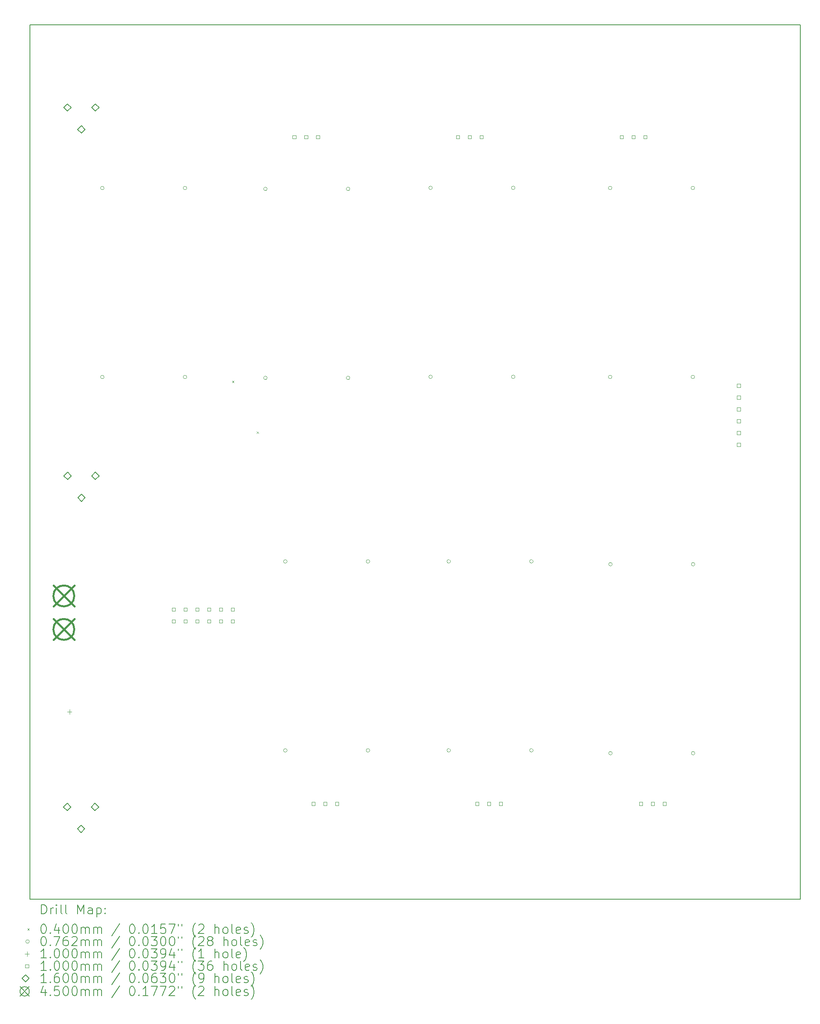
<source format=gbr>
%TF.GenerationSoftware,KiCad,Pcbnew,7.0.10*%
%TF.CreationDate,2024-03-07T18:13:07-07:00*%
%TF.ProjectId,Power_Supply,506f7765-725f-4537-9570-706c792e6b69,rev?*%
%TF.SameCoordinates,Original*%
%TF.FileFunction,Drillmap*%
%TF.FilePolarity,Positive*%
%FSLAX45Y45*%
G04 Gerber Fmt 4.5, Leading zero omitted, Abs format (unit mm)*
G04 Created by KiCad (PCBNEW 7.0.10) date 2024-03-07 18:13:07*
%MOMM*%
%LPD*%
G01*
G04 APERTURE LIST*
%ADD10C,0.200000*%
%ADD11C,0.100000*%
%ADD12C,0.160000*%
%ADD13C,0.450000*%
G04 APERTURE END LIST*
D10*
X9847167Y-4966000D02*
X26418167Y-4966000D01*
X26418167Y-23769000D01*
X9847167Y-23769000D01*
X9847167Y-4966000D01*
D11*
X14200000Y-12621000D02*
X14240000Y-12661000D01*
X14240000Y-12621000D02*
X14200000Y-12661000D01*
X14731000Y-13718000D02*
X14771000Y-13758000D01*
X14771000Y-13718000D02*
X14731000Y-13758000D01*
X11446100Y-8479000D02*
G75*
G03*
X11369900Y-8479000I-38100J0D01*
G01*
X11369900Y-8479000D02*
G75*
G03*
X11446100Y-8479000I38100J0D01*
G01*
X11446100Y-12543000D02*
G75*
G03*
X11369900Y-12543000I-38100J0D01*
G01*
X11369900Y-12543000D02*
G75*
G03*
X11446100Y-12543000I38100J0D01*
G01*
X13224100Y-8479000D02*
G75*
G03*
X13147900Y-8479000I-38100J0D01*
G01*
X13147900Y-8479000D02*
G75*
G03*
X13224100Y-8479000I38100J0D01*
G01*
X13224100Y-12543000D02*
G75*
G03*
X13147900Y-12543000I-38100J0D01*
G01*
X13147900Y-12543000D02*
G75*
G03*
X13224100Y-12543000I38100J0D01*
G01*
X14953100Y-8497000D02*
G75*
G03*
X14876900Y-8497000I-38100J0D01*
G01*
X14876900Y-8497000D02*
G75*
G03*
X14953100Y-8497000I38100J0D01*
G01*
X14953100Y-12561000D02*
G75*
G03*
X14876900Y-12561000I-38100J0D01*
G01*
X14876900Y-12561000D02*
G75*
G03*
X14953100Y-12561000I38100J0D01*
G01*
X15382100Y-16509000D02*
G75*
G03*
X15305900Y-16509000I-38100J0D01*
G01*
X15305900Y-16509000D02*
G75*
G03*
X15382100Y-16509000I38100J0D01*
G01*
X15382100Y-20573000D02*
G75*
G03*
X15305900Y-20573000I-38100J0D01*
G01*
X15305900Y-20573000D02*
G75*
G03*
X15382100Y-20573000I38100J0D01*
G01*
X16731100Y-8497000D02*
G75*
G03*
X16654900Y-8497000I-38100J0D01*
G01*
X16654900Y-8497000D02*
G75*
G03*
X16731100Y-8497000I38100J0D01*
G01*
X16731100Y-12561000D02*
G75*
G03*
X16654900Y-12561000I-38100J0D01*
G01*
X16654900Y-12561000D02*
G75*
G03*
X16731100Y-12561000I38100J0D01*
G01*
X17160100Y-16509000D02*
G75*
G03*
X17083900Y-16509000I-38100J0D01*
G01*
X17083900Y-16509000D02*
G75*
G03*
X17160100Y-16509000I38100J0D01*
G01*
X17160100Y-20573000D02*
G75*
G03*
X17083900Y-20573000I-38100J0D01*
G01*
X17083900Y-20573000D02*
G75*
G03*
X17160100Y-20573000I38100J0D01*
G01*
X18505100Y-8475000D02*
G75*
G03*
X18428900Y-8475000I-38100J0D01*
G01*
X18428900Y-8475000D02*
G75*
G03*
X18505100Y-8475000I38100J0D01*
G01*
X18505100Y-12539000D02*
G75*
G03*
X18428900Y-12539000I-38100J0D01*
G01*
X18428900Y-12539000D02*
G75*
G03*
X18505100Y-12539000I38100J0D01*
G01*
X18896100Y-16508000D02*
G75*
G03*
X18819900Y-16508000I-38100J0D01*
G01*
X18819900Y-16508000D02*
G75*
G03*
X18896100Y-16508000I38100J0D01*
G01*
X18896100Y-20572000D02*
G75*
G03*
X18819900Y-20572000I-38100J0D01*
G01*
X18819900Y-20572000D02*
G75*
G03*
X18896100Y-20572000I38100J0D01*
G01*
X20283100Y-8475000D02*
G75*
G03*
X20206900Y-8475000I-38100J0D01*
G01*
X20206900Y-8475000D02*
G75*
G03*
X20283100Y-8475000I38100J0D01*
G01*
X20283100Y-12539000D02*
G75*
G03*
X20206900Y-12539000I-38100J0D01*
G01*
X20206900Y-12539000D02*
G75*
G03*
X20283100Y-12539000I38100J0D01*
G01*
X20674100Y-16508000D02*
G75*
G03*
X20597900Y-16508000I-38100J0D01*
G01*
X20597900Y-16508000D02*
G75*
G03*
X20674100Y-16508000I38100J0D01*
G01*
X20674100Y-20572000D02*
G75*
G03*
X20597900Y-20572000I-38100J0D01*
G01*
X20597900Y-20572000D02*
G75*
G03*
X20674100Y-20572000I38100J0D01*
G01*
X22368100Y-8477000D02*
G75*
G03*
X22291900Y-8477000I-38100J0D01*
G01*
X22291900Y-8477000D02*
G75*
G03*
X22368100Y-8477000I38100J0D01*
G01*
X22368100Y-12541000D02*
G75*
G03*
X22291900Y-12541000I-38100J0D01*
G01*
X22291900Y-12541000D02*
G75*
G03*
X22368100Y-12541000I38100J0D01*
G01*
X22374100Y-16570000D02*
G75*
G03*
X22297900Y-16570000I-38100J0D01*
G01*
X22297900Y-16570000D02*
G75*
G03*
X22374100Y-16570000I38100J0D01*
G01*
X22374100Y-20634000D02*
G75*
G03*
X22297900Y-20634000I-38100J0D01*
G01*
X22297900Y-20634000D02*
G75*
G03*
X22374100Y-20634000I38100J0D01*
G01*
X24146100Y-8477000D02*
G75*
G03*
X24069900Y-8477000I-38100J0D01*
G01*
X24069900Y-8477000D02*
G75*
G03*
X24146100Y-8477000I38100J0D01*
G01*
X24146100Y-12541000D02*
G75*
G03*
X24069900Y-12541000I-38100J0D01*
G01*
X24069900Y-12541000D02*
G75*
G03*
X24146100Y-12541000I38100J0D01*
G01*
X24152100Y-16570000D02*
G75*
G03*
X24075900Y-16570000I-38100J0D01*
G01*
X24075900Y-16570000D02*
G75*
G03*
X24152100Y-16570000I38100J0D01*
G01*
X24152100Y-20634000D02*
G75*
G03*
X24075900Y-20634000I-38100J0D01*
G01*
X24075900Y-20634000D02*
G75*
G03*
X24152100Y-20634000I38100J0D01*
G01*
X10702000Y-19693000D02*
X10702000Y-19793000D01*
X10652000Y-19743000D02*
X10752000Y-19743000D01*
X12976356Y-17576356D02*
X12976356Y-17505644D01*
X12905644Y-17505644D01*
X12905644Y-17576356D01*
X12976356Y-17576356D01*
X12976356Y-17830356D02*
X12976356Y-17759644D01*
X12905644Y-17759644D01*
X12905644Y-17830356D01*
X12976356Y-17830356D01*
X13230356Y-17576356D02*
X13230356Y-17505644D01*
X13159644Y-17505644D01*
X13159644Y-17576356D01*
X13230356Y-17576356D01*
X13230356Y-17830356D02*
X13230356Y-17759644D01*
X13159644Y-17759644D01*
X13159644Y-17830356D01*
X13230356Y-17830356D01*
X13484356Y-17576356D02*
X13484356Y-17505644D01*
X13413644Y-17505644D01*
X13413644Y-17576356D01*
X13484356Y-17576356D01*
X13484356Y-17830356D02*
X13484356Y-17759644D01*
X13413644Y-17759644D01*
X13413644Y-17830356D01*
X13484356Y-17830356D01*
X13738356Y-17576356D02*
X13738356Y-17505644D01*
X13667644Y-17505644D01*
X13667644Y-17576356D01*
X13738356Y-17576356D01*
X13738356Y-17830356D02*
X13738356Y-17759644D01*
X13667644Y-17759644D01*
X13667644Y-17830356D01*
X13738356Y-17830356D01*
X13992356Y-17576356D02*
X13992356Y-17505644D01*
X13921644Y-17505644D01*
X13921644Y-17576356D01*
X13992356Y-17576356D01*
X13992356Y-17830356D02*
X13992356Y-17759644D01*
X13921644Y-17759644D01*
X13921644Y-17830356D01*
X13992356Y-17830356D01*
X14246356Y-17576356D02*
X14246356Y-17505644D01*
X14175644Y-17505644D01*
X14175644Y-17576356D01*
X14246356Y-17576356D01*
X14246356Y-17830356D02*
X14246356Y-17759644D01*
X14175644Y-17759644D01*
X14175644Y-17830356D01*
X14246356Y-17830356D01*
X15570856Y-7415689D02*
X15570856Y-7344977D01*
X15500145Y-7344977D01*
X15500145Y-7415689D01*
X15570856Y-7415689D01*
X15824856Y-7415689D02*
X15824856Y-7344977D01*
X15754145Y-7344977D01*
X15754145Y-7415689D01*
X15824856Y-7415689D01*
X15984356Y-21755356D02*
X15984356Y-21684644D01*
X15913644Y-21684644D01*
X15913644Y-21755356D01*
X15984356Y-21755356D01*
X16078856Y-7415689D02*
X16078856Y-7344977D01*
X16008145Y-7344977D01*
X16008145Y-7415689D01*
X16078856Y-7415689D01*
X16238356Y-21755356D02*
X16238356Y-21684644D01*
X16167644Y-21684644D01*
X16167644Y-21755356D01*
X16238356Y-21755356D01*
X16492356Y-21755356D02*
X16492356Y-21684644D01*
X16421644Y-21684644D01*
X16421644Y-21755356D01*
X16492356Y-21755356D01*
X19090756Y-7415689D02*
X19090756Y-7344977D01*
X19020045Y-7344977D01*
X19020045Y-7415689D01*
X19090756Y-7415689D01*
X19344756Y-7415689D02*
X19344756Y-7344977D01*
X19274045Y-7344977D01*
X19274045Y-7415689D01*
X19344756Y-7415689D01*
X19504256Y-21755356D02*
X19504256Y-21684644D01*
X19433544Y-21684644D01*
X19433544Y-21755356D01*
X19504256Y-21755356D01*
X19598756Y-7415689D02*
X19598756Y-7344977D01*
X19528045Y-7344977D01*
X19528045Y-7415689D01*
X19598756Y-7415689D01*
X19758256Y-21755356D02*
X19758256Y-21684644D01*
X19687544Y-21684644D01*
X19687544Y-21755356D01*
X19758256Y-21755356D01*
X20012256Y-21755356D02*
X20012256Y-21684644D01*
X19941544Y-21684644D01*
X19941544Y-21755356D01*
X20012256Y-21755356D01*
X22610656Y-7415689D02*
X22610656Y-7344977D01*
X22539945Y-7344977D01*
X22539945Y-7415689D01*
X22610656Y-7415689D01*
X22864656Y-7415689D02*
X22864656Y-7344977D01*
X22793945Y-7344977D01*
X22793945Y-7415689D01*
X22864656Y-7415689D01*
X23024156Y-21755356D02*
X23024156Y-21684644D01*
X22953444Y-21684644D01*
X22953444Y-21755356D01*
X23024156Y-21755356D01*
X23118656Y-7415689D02*
X23118656Y-7344977D01*
X23047945Y-7344977D01*
X23047945Y-7415689D01*
X23118656Y-7415689D01*
X23278156Y-21755356D02*
X23278156Y-21684644D01*
X23207444Y-21684644D01*
X23207444Y-21755356D01*
X23278156Y-21755356D01*
X23532156Y-21755356D02*
X23532156Y-21684644D01*
X23461444Y-21684644D01*
X23461444Y-21755356D01*
X23532156Y-21755356D01*
X25129022Y-12763356D02*
X25129022Y-12692644D01*
X25058311Y-12692644D01*
X25058311Y-12763356D01*
X25129022Y-12763356D01*
X25129022Y-13017356D02*
X25129022Y-12946644D01*
X25058311Y-12946644D01*
X25058311Y-13017356D01*
X25129022Y-13017356D01*
X25129022Y-13271356D02*
X25129022Y-13200644D01*
X25058311Y-13200644D01*
X25058311Y-13271356D01*
X25129022Y-13271356D01*
X25129022Y-13525356D02*
X25129022Y-13454644D01*
X25058311Y-13454644D01*
X25058311Y-13525356D01*
X25129022Y-13525356D01*
X25129022Y-13779356D02*
X25129022Y-13708644D01*
X25058311Y-13708644D01*
X25058311Y-13779356D01*
X25129022Y-13779356D01*
X25129022Y-14033356D02*
X25129022Y-13962644D01*
X25058311Y-13962644D01*
X25058311Y-14033356D01*
X25129022Y-14033356D01*
D12*
X10651000Y-21869000D02*
X10731000Y-21789000D01*
X10651000Y-21709000D01*
X10571000Y-21789000D01*
X10651000Y-21869000D01*
X10658000Y-6827000D02*
X10738000Y-6747000D01*
X10658000Y-6667000D01*
X10578000Y-6747000D01*
X10658000Y-6827000D01*
X10660000Y-14749000D02*
X10740000Y-14669000D01*
X10660000Y-14589000D01*
X10580000Y-14669000D01*
X10660000Y-14749000D01*
X10951000Y-22339000D02*
X11031000Y-22259000D01*
X10951000Y-22179000D01*
X10871000Y-22259000D01*
X10951000Y-22339000D01*
X10958000Y-7297000D02*
X11038000Y-7217000D01*
X10958000Y-7137000D01*
X10878000Y-7217000D01*
X10958000Y-7297000D01*
X10960000Y-15219000D02*
X11040000Y-15139000D01*
X10960000Y-15059000D01*
X10880000Y-15139000D01*
X10960000Y-15219000D01*
X11251000Y-21869000D02*
X11331000Y-21789000D01*
X11251000Y-21709000D01*
X11171000Y-21789000D01*
X11251000Y-21869000D01*
X11258000Y-6827000D02*
X11338000Y-6747000D01*
X11258000Y-6667000D01*
X11178000Y-6747000D01*
X11258000Y-6827000D01*
X11260000Y-14749000D02*
X11340000Y-14669000D01*
X11260000Y-14589000D01*
X11180000Y-14669000D01*
X11260000Y-14749000D01*
D13*
X10355000Y-17026000D02*
X10805000Y-17476000D01*
X10805000Y-17026000D02*
X10355000Y-17476000D01*
X10805000Y-17251000D02*
G75*
G03*
X10355000Y-17251000I-225000J0D01*
G01*
X10355000Y-17251000D02*
G75*
G03*
X10805000Y-17251000I225000J0D01*
G01*
X10355000Y-17746000D02*
X10805000Y-18196000D01*
X10805000Y-17746000D02*
X10355000Y-18196000D01*
X10805000Y-17971000D02*
G75*
G03*
X10355000Y-17971000I-225000J0D01*
G01*
X10355000Y-17971000D02*
G75*
G03*
X10805000Y-17971000I225000J0D01*
G01*
D10*
X10097944Y-24090484D02*
X10097944Y-23890484D01*
X10097944Y-23890484D02*
X10145563Y-23890484D01*
X10145563Y-23890484D02*
X10174134Y-23900008D01*
X10174134Y-23900008D02*
X10193182Y-23919055D01*
X10193182Y-23919055D02*
X10202706Y-23938103D01*
X10202706Y-23938103D02*
X10212229Y-23976198D01*
X10212229Y-23976198D02*
X10212229Y-24004769D01*
X10212229Y-24004769D02*
X10202706Y-24042865D01*
X10202706Y-24042865D02*
X10193182Y-24061912D01*
X10193182Y-24061912D02*
X10174134Y-24080960D01*
X10174134Y-24080960D02*
X10145563Y-24090484D01*
X10145563Y-24090484D02*
X10097944Y-24090484D01*
X10297944Y-24090484D02*
X10297944Y-23957150D01*
X10297944Y-23995246D02*
X10307467Y-23976198D01*
X10307467Y-23976198D02*
X10316991Y-23966674D01*
X10316991Y-23966674D02*
X10336039Y-23957150D01*
X10336039Y-23957150D02*
X10355087Y-23957150D01*
X10421753Y-24090484D02*
X10421753Y-23957150D01*
X10421753Y-23890484D02*
X10412229Y-23900008D01*
X10412229Y-23900008D02*
X10421753Y-23909531D01*
X10421753Y-23909531D02*
X10431277Y-23900008D01*
X10431277Y-23900008D02*
X10421753Y-23890484D01*
X10421753Y-23890484D02*
X10421753Y-23909531D01*
X10545563Y-24090484D02*
X10526515Y-24080960D01*
X10526515Y-24080960D02*
X10516991Y-24061912D01*
X10516991Y-24061912D02*
X10516991Y-23890484D01*
X10650325Y-24090484D02*
X10631277Y-24080960D01*
X10631277Y-24080960D02*
X10621753Y-24061912D01*
X10621753Y-24061912D02*
X10621753Y-23890484D01*
X10878896Y-24090484D02*
X10878896Y-23890484D01*
X10878896Y-23890484D02*
X10945563Y-24033341D01*
X10945563Y-24033341D02*
X11012229Y-23890484D01*
X11012229Y-23890484D02*
X11012229Y-24090484D01*
X11193182Y-24090484D02*
X11193182Y-23985722D01*
X11193182Y-23985722D02*
X11183658Y-23966674D01*
X11183658Y-23966674D02*
X11164610Y-23957150D01*
X11164610Y-23957150D02*
X11126515Y-23957150D01*
X11126515Y-23957150D02*
X11107467Y-23966674D01*
X11193182Y-24080960D02*
X11174134Y-24090484D01*
X11174134Y-24090484D02*
X11126515Y-24090484D01*
X11126515Y-24090484D02*
X11107467Y-24080960D01*
X11107467Y-24080960D02*
X11097944Y-24061912D01*
X11097944Y-24061912D02*
X11097944Y-24042865D01*
X11097944Y-24042865D02*
X11107467Y-24023817D01*
X11107467Y-24023817D02*
X11126515Y-24014293D01*
X11126515Y-24014293D02*
X11174134Y-24014293D01*
X11174134Y-24014293D02*
X11193182Y-24004769D01*
X11288420Y-23957150D02*
X11288420Y-24157150D01*
X11288420Y-23966674D02*
X11307467Y-23957150D01*
X11307467Y-23957150D02*
X11345563Y-23957150D01*
X11345563Y-23957150D02*
X11364610Y-23966674D01*
X11364610Y-23966674D02*
X11374134Y-23976198D01*
X11374134Y-23976198D02*
X11383658Y-23995246D01*
X11383658Y-23995246D02*
X11383658Y-24052388D01*
X11383658Y-24052388D02*
X11374134Y-24071436D01*
X11374134Y-24071436D02*
X11364610Y-24080960D01*
X11364610Y-24080960D02*
X11345563Y-24090484D01*
X11345563Y-24090484D02*
X11307467Y-24090484D01*
X11307467Y-24090484D02*
X11288420Y-24080960D01*
X11469372Y-24071436D02*
X11478896Y-24080960D01*
X11478896Y-24080960D02*
X11469372Y-24090484D01*
X11469372Y-24090484D02*
X11459848Y-24080960D01*
X11459848Y-24080960D02*
X11469372Y-24071436D01*
X11469372Y-24071436D02*
X11469372Y-24090484D01*
X11469372Y-23966674D02*
X11478896Y-23976198D01*
X11478896Y-23976198D02*
X11469372Y-23985722D01*
X11469372Y-23985722D02*
X11459848Y-23976198D01*
X11459848Y-23976198D02*
X11469372Y-23966674D01*
X11469372Y-23966674D02*
X11469372Y-23985722D01*
D11*
X9797167Y-24399000D02*
X9837167Y-24439000D01*
X9837167Y-24399000D02*
X9797167Y-24439000D01*
D10*
X10136039Y-24310484D02*
X10155087Y-24310484D01*
X10155087Y-24310484D02*
X10174134Y-24320008D01*
X10174134Y-24320008D02*
X10183658Y-24329531D01*
X10183658Y-24329531D02*
X10193182Y-24348579D01*
X10193182Y-24348579D02*
X10202706Y-24386674D01*
X10202706Y-24386674D02*
X10202706Y-24434293D01*
X10202706Y-24434293D02*
X10193182Y-24472388D01*
X10193182Y-24472388D02*
X10183658Y-24491436D01*
X10183658Y-24491436D02*
X10174134Y-24500960D01*
X10174134Y-24500960D02*
X10155087Y-24510484D01*
X10155087Y-24510484D02*
X10136039Y-24510484D01*
X10136039Y-24510484D02*
X10116991Y-24500960D01*
X10116991Y-24500960D02*
X10107467Y-24491436D01*
X10107467Y-24491436D02*
X10097944Y-24472388D01*
X10097944Y-24472388D02*
X10088420Y-24434293D01*
X10088420Y-24434293D02*
X10088420Y-24386674D01*
X10088420Y-24386674D02*
X10097944Y-24348579D01*
X10097944Y-24348579D02*
X10107467Y-24329531D01*
X10107467Y-24329531D02*
X10116991Y-24320008D01*
X10116991Y-24320008D02*
X10136039Y-24310484D01*
X10288420Y-24491436D02*
X10297944Y-24500960D01*
X10297944Y-24500960D02*
X10288420Y-24510484D01*
X10288420Y-24510484D02*
X10278896Y-24500960D01*
X10278896Y-24500960D02*
X10288420Y-24491436D01*
X10288420Y-24491436D02*
X10288420Y-24510484D01*
X10469372Y-24377150D02*
X10469372Y-24510484D01*
X10421753Y-24300960D02*
X10374134Y-24443817D01*
X10374134Y-24443817D02*
X10497944Y-24443817D01*
X10612229Y-24310484D02*
X10631277Y-24310484D01*
X10631277Y-24310484D02*
X10650325Y-24320008D01*
X10650325Y-24320008D02*
X10659848Y-24329531D01*
X10659848Y-24329531D02*
X10669372Y-24348579D01*
X10669372Y-24348579D02*
X10678896Y-24386674D01*
X10678896Y-24386674D02*
X10678896Y-24434293D01*
X10678896Y-24434293D02*
X10669372Y-24472388D01*
X10669372Y-24472388D02*
X10659848Y-24491436D01*
X10659848Y-24491436D02*
X10650325Y-24500960D01*
X10650325Y-24500960D02*
X10631277Y-24510484D01*
X10631277Y-24510484D02*
X10612229Y-24510484D01*
X10612229Y-24510484D02*
X10593182Y-24500960D01*
X10593182Y-24500960D02*
X10583658Y-24491436D01*
X10583658Y-24491436D02*
X10574134Y-24472388D01*
X10574134Y-24472388D02*
X10564610Y-24434293D01*
X10564610Y-24434293D02*
X10564610Y-24386674D01*
X10564610Y-24386674D02*
X10574134Y-24348579D01*
X10574134Y-24348579D02*
X10583658Y-24329531D01*
X10583658Y-24329531D02*
X10593182Y-24320008D01*
X10593182Y-24320008D02*
X10612229Y-24310484D01*
X10802706Y-24310484D02*
X10821753Y-24310484D01*
X10821753Y-24310484D02*
X10840801Y-24320008D01*
X10840801Y-24320008D02*
X10850325Y-24329531D01*
X10850325Y-24329531D02*
X10859848Y-24348579D01*
X10859848Y-24348579D02*
X10869372Y-24386674D01*
X10869372Y-24386674D02*
X10869372Y-24434293D01*
X10869372Y-24434293D02*
X10859848Y-24472388D01*
X10859848Y-24472388D02*
X10850325Y-24491436D01*
X10850325Y-24491436D02*
X10840801Y-24500960D01*
X10840801Y-24500960D02*
X10821753Y-24510484D01*
X10821753Y-24510484D02*
X10802706Y-24510484D01*
X10802706Y-24510484D02*
X10783658Y-24500960D01*
X10783658Y-24500960D02*
X10774134Y-24491436D01*
X10774134Y-24491436D02*
X10764610Y-24472388D01*
X10764610Y-24472388D02*
X10755087Y-24434293D01*
X10755087Y-24434293D02*
X10755087Y-24386674D01*
X10755087Y-24386674D02*
X10764610Y-24348579D01*
X10764610Y-24348579D02*
X10774134Y-24329531D01*
X10774134Y-24329531D02*
X10783658Y-24320008D01*
X10783658Y-24320008D02*
X10802706Y-24310484D01*
X10955087Y-24510484D02*
X10955087Y-24377150D01*
X10955087Y-24396198D02*
X10964610Y-24386674D01*
X10964610Y-24386674D02*
X10983658Y-24377150D01*
X10983658Y-24377150D02*
X11012229Y-24377150D01*
X11012229Y-24377150D02*
X11031277Y-24386674D01*
X11031277Y-24386674D02*
X11040801Y-24405722D01*
X11040801Y-24405722D02*
X11040801Y-24510484D01*
X11040801Y-24405722D02*
X11050325Y-24386674D01*
X11050325Y-24386674D02*
X11069372Y-24377150D01*
X11069372Y-24377150D02*
X11097944Y-24377150D01*
X11097944Y-24377150D02*
X11116991Y-24386674D01*
X11116991Y-24386674D02*
X11126515Y-24405722D01*
X11126515Y-24405722D02*
X11126515Y-24510484D01*
X11221753Y-24510484D02*
X11221753Y-24377150D01*
X11221753Y-24396198D02*
X11231277Y-24386674D01*
X11231277Y-24386674D02*
X11250325Y-24377150D01*
X11250325Y-24377150D02*
X11278896Y-24377150D01*
X11278896Y-24377150D02*
X11297944Y-24386674D01*
X11297944Y-24386674D02*
X11307467Y-24405722D01*
X11307467Y-24405722D02*
X11307467Y-24510484D01*
X11307467Y-24405722D02*
X11316991Y-24386674D01*
X11316991Y-24386674D02*
X11336039Y-24377150D01*
X11336039Y-24377150D02*
X11364610Y-24377150D01*
X11364610Y-24377150D02*
X11383658Y-24386674D01*
X11383658Y-24386674D02*
X11393182Y-24405722D01*
X11393182Y-24405722D02*
X11393182Y-24510484D01*
X11783658Y-24300960D02*
X11612229Y-24558103D01*
X12040801Y-24310484D02*
X12059849Y-24310484D01*
X12059849Y-24310484D02*
X12078896Y-24320008D01*
X12078896Y-24320008D02*
X12088420Y-24329531D01*
X12088420Y-24329531D02*
X12097944Y-24348579D01*
X12097944Y-24348579D02*
X12107468Y-24386674D01*
X12107468Y-24386674D02*
X12107468Y-24434293D01*
X12107468Y-24434293D02*
X12097944Y-24472388D01*
X12097944Y-24472388D02*
X12088420Y-24491436D01*
X12088420Y-24491436D02*
X12078896Y-24500960D01*
X12078896Y-24500960D02*
X12059849Y-24510484D01*
X12059849Y-24510484D02*
X12040801Y-24510484D01*
X12040801Y-24510484D02*
X12021753Y-24500960D01*
X12021753Y-24500960D02*
X12012229Y-24491436D01*
X12012229Y-24491436D02*
X12002706Y-24472388D01*
X12002706Y-24472388D02*
X11993182Y-24434293D01*
X11993182Y-24434293D02*
X11993182Y-24386674D01*
X11993182Y-24386674D02*
X12002706Y-24348579D01*
X12002706Y-24348579D02*
X12012229Y-24329531D01*
X12012229Y-24329531D02*
X12021753Y-24320008D01*
X12021753Y-24320008D02*
X12040801Y-24310484D01*
X12193182Y-24491436D02*
X12202706Y-24500960D01*
X12202706Y-24500960D02*
X12193182Y-24510484D01*
X12193182Y-24510484D02*
X12183658Y-24500960D01*
X12183658Y-24500960D02*
X12193182Y-24491436D01*
X12193182Y-24491436D02*
X12193182Y-24510484D01*
X12326515Y-24310484D02*
X12345563Y-24310484D01*
X12345563Y-24310484D02*
X12364610Y-24320008D01*
X12364610Y-24320008D02*
X12374134Y-24329531D01*
X12374134Y-24329531D02*
X12383658Y-24348579D01*
X12383658Y-24348579D02*
X12393182Y-24386674D01*
X12393182Y-24386674D02*
X12393182Y-24434293D01*
X12393182Y-24434293D02*
X12383658Y-24472388D01*
X12383658Y-24472388D02*
X12374134Y-24491436D01*
X12374134Y-24491436D02*
X12364610Y-24500960D01*
X12364610Y-24500960D02*
X12345563Y-24510484D01*
X12345563Y-24510484D02*
X12326515Y-24510484D01*
X12326515Y-24510484D02*
X12307468Y-24500960D01*
X12307468Y-24500960D02*
X12297944Y-24491436D01*
X12297944Y-24491436D02*
X12288420Y-24472388D01*
X12288420Y-24472388D02*
X12278896Y-24434293D01*
X12278896Y-24434293D02*
X12278896Y-24386674D01*
X12278896Y-24386674D02*
X12288420Y-24348579D01*
X12288420Y-24348579D02*
X12297944Y-24329531D01*
X12297944Y-24329531D02*
X12307468Y-24320008D01*
X12307468Y-24320008D02*
X12326515Y-24310484D01*
X12583658Y-24510484D02*
X12469372Y-24510484D01*
X12526515Y-24510484D02*
X12526515Y-24310484D01*
X12526515Y-24310484D02*
X12507468Y-24339055D01*
X12507468Y-24339055D02*
X12488420Y-24358103D01*
X12488420Y-24358103D02*
X12469372Y-24367627D01*
X12764610Y-24310484D02*
X12669372Y-24310484D01*
X12669372Y-24310484D02*
X12659849Y-24405722D01*
X12659849Y-24405722D02*
X12669372Y-24396198D01*
X12669372Y-24396198D02*
X12688420Y-24386674D01*
X12688420Y-24386674D02*
X12736039Y-24386674D01*
X12736039Y-24386674D02*
X12755087Y-24396198D01*
X12755087Y-24396198D02*
X12764610Y-24405722D01*
X12764610Y-24405722D02*
X12774134Y-24424769D01*
X12774134Y-24424769D02*
X12774134Y-24472388D01*
X12774134Y-24472388D02*
X12764610Y-24491436D01*
X12764610Y-24491436D02*
X12755087Y-24500960D01*
X12755087Y-24500960D02*
X12736039Y-24510484D01*
X12736039Y-24510484D02*
X12688420Y-24510484D01*
X12688420Y-24510484D02*
X12669372Y-24500960D01*
X12669372Y-24500960D02*
X12659849Y-24491436D01*
X12840801Y-24310484D02*
X12974134Y-24310484D01*
X12974134Y-24310484D02*
X12888420Y-24510484D01*
X13040801Y-24310484D02*
X13040801Y-24348579D01*
X13116991Y-24310484D02*
X13116991Y-24348579D01*
X13412230Y-24586674D02*
X13402706Y-24577150D01*
X13402706Y-24577150D02*
X13383658Y-24548579D01*
X13383658Y-24548579D02*
X13374134Y-24529531D01*
X13374134Y-24529531D02*
X13364611Y-24500960D01*
X13364611Y-24500960D02*
X13355087Y-24453341D01*
X13355087Y-24453341D02*
X13355087Y-24415246D01*
X13355087Y-24415246D02*
X13364611Y-24367627D01*
X13364611Y-24367627D02*
X13374134Y-24339055D01*
X13374134Y-24339055D02*
X13383658Y-24320008D01*
X13383658Y-24320008D02*
X13402706Y-24291436D01*
X13402706Y-24291436D02*
X13412230Y-24281912D01*
X13478896Y-24329531D02*
X13488420Y-24320008D01*
X13488420Y-24320008D02*
X13507468Y-24310484D01*
X13507468Y-24310484D02*
X13555087Y-24310484D01*
X13555087Y-24310484D02*
X13574134Y-24320008D01*
X13574134Y-24320008D02*
X13583658Y-24329531D01*
X13583658Y-24329531D02*
X13593182Y-24348579D01*
X13593182Y-24348579D02*
X13593182Y-24367627D01*
X13593182Y-24367627D02*
X13583658Y-24396198D01*
X13583658Y-24396198D02*
X13469372Y-24510484D01*
X13469372Y-24510484D02*
X13593182Y-24510484D01*
X13831277Y-24510484D02*
X13831277Y-24310484D01*
X13916992Y-24510484D02*
X13916992Y-24405722D01*
X13916992Y-24405722D02*
X13907468Y-24386674D01*
X13907468Y-24386674D02*
X13888420Y-24377150D01*
X13888420Y-24377150D02*
X13859849Y-24377150D01*
X13859849Y-24377150D02*
X13840801Y-24386674D01*
X13840801Y-24386674D02*
X13831277Y-24396198D01*
X14040801Y-24510484D02*
X14021753Y-24500960D01*
X14021753Y-24500960D02*
X14012230Y-24491436D01*
X14012230Y-24491436D02*
X14002706Y-24472388D01*
X14002706Y-24472388D02*
X14002706Y-24415246D01*
X14002706Y-24415246D02*
X14012230Y-24396198D01*
X14012230Y-24396198D02*
X14021753Y-24386674D01*
X14021753Y-24386674D02*
X14040801Y-24377150D01*
X14040801Y-24377150D02*
X14069373Y-24377150D01*
X14069373Y-24377150D02*
X14088420Y-24386674D01*
X14088420Y-24386674D02*
X14097944Y-24396198D01*
X14097944Y-24396198D02*
X14107468Y-24415246D01*
X14107468Y-24415246D02*
X14107468Y-24472388D01*
X14107468Y-24472388D02*
X14097944Y-24491436D01*
X14097944Y-24491436D02*
X14088420Y-24500960D01*
X14088420Y-24500960D02*
X14069373Y-24510484D01*
X14069373Y-24510484D02*
X14040801Y-24510484D01*
X14221753Y-24510484D02*
X14202706Y-24500960D01*
X14202706Y-24500960D02*
X14193182Y-24481912D01*
X14193182Y-24481912D02*
X14193182Y-24310484D01*
X14374134Y-24500960D02*
X14355087Y-24510484D01*
X14355087Y-24510484D02*
X14316992Y-24510484D01*
X14316992Y-24510484D02*
X14297944Y-24500960D01*
X14297944Y-24500960D02*
X14288420Y-24481912D01*
X14288420Y-24481912D02*
X14288420Y-24405722D01*
X14288420Y-24405722D02*
X14297944Y-24386674D01*
X14297944Y-24386674D02*
X14316992Y-24377150D01*
X14316992Y-24377150D02*
X14355087Y-24377150D01*
X14355087Y-24377150D02*
X14374134Y-24386674D01*
X14374134Y-24386674D02*
X14383658Y-24405722D01*
X14383658Y-24405722D02*
X14383658Y-24424769D01*
X14383658Y-24424769D02*
X14288420Y-24443817D01*
X14459849Y-24500960D02*
X14478896Y-24510484D01*
X14478896Y-24510484D02*
X14516992Y-24510484D01*
X14516992Y-24510484D02*
X14536039Y-24500960D01*
X14536039Y-24500960D02*
X14545563Y-24481912D01*
X14545563Y-24481912D02*
X14545563Y-24472388D01*
X14545563Y-24472388D02*
X14536039Y-24453341D01*
X14536039Y-24453341D02*
X14516992Y-24443817D01*
X14516992Y-24443817D02*
X14488420Y-24443817D01*
X14488420Y-24443817D02*
X14469373Y-24434293D01*
X14469373Y-24434293D02*
X14459849Y-24415246D01*
X14459849Y-24415246D02*
X14459849Y-24405722D01*
X14459849Y-24405722D02*
X14469373Y-24386674D01*
X14469373Y-24386674D02*
X14488420Y-24377150D01*
X14488420Y-24377150D02*
X14516992Y-24377150D01*
X14516992Y-24377150D02*
X14536039Y-24386674D01*
X14612230Y-24586674D02*
X14621754Y-24577150D01*
X14621754Y-24577150D02*
X14640801Y-24548579D01*
X14640801Y-24548579D02*
X14650325Y-24529531D01*
X14650325Y-24529531D02*
X14659849Y-24500960D01*
X14659849Y-24500960D02*
X14669373Y-24453341D01*
X14669373Y-24453341D02*
X14669373Y-24415246D01*
X14669373Y-24415246D02*
X14659849Y-24367627D01*
X14659849Y-24367627D02*
X14650325Y-24339055D01*
X14650325Y-24339055D02*
X14640801Y-24320008D01*
X14640801Y-24320008D02*
X14621754Y-24291436D01*
X14621754Y-24291436D02*
X14612230Y-24281912D01*
D11*
X9837167Y-24683000D02*
G75*
G03*
X9760967Y-24683000I-38100J0D01*
G01*
X9760967Y-24683000D02*
G75*
G03*
X9837167Y-24683000I38100J0D01*
G01*
D10*
X10136039Y-24574484D02*
X10155087Y-24574484D01*
X10155087Y-24574484D02*
X10174134Y-24584008D01*
X10174134Y-24584008D02*
X10183658Y-24593531D01*
X10183658Y-24593531D02*
X10193182Y-24612579D01*
X10193182Y-24612579D02*
X10202706Y-24650674D01*
X10202706Y-24650674D02*
X10202706Y-24698293D01*
X10202706Y-24698293D02*
X10193182Y-24736388D01*
X10193182Y-24736388D02*
X10183658Y-24755436D01*
X10183658Y-24755436D02*
X10174134Y-24764960D01*
X10174134Y-24764960D02*
X10155087Y-24774484D01*
X10155087Y-24774484D02*
X10136039Y-24774484D01*
X10136039Y-24774484D02*
X10116991Y-24764960D01*
X10116991Y-24764960D02*
X10107467Y-24755436D01*
X10107467Y-24755436D02*
X10097944Y-24736388D01*
X10097944Y-24736388D02*
X10088420Y-24698293D01*
X10088420Y-24698293D02*
X10088420Y-24650674D01*
X10088420Y-24650674D02*
X10097944Y-24612579D01*
X10097944Y-24612579D02*
X10107467Y-24593531D01*
X10107467Y-24593531D02*
X10116991Y-24584008D01*
X10116991Y-24584008D02*
X10136039Y-24574484D01*
X10288420Y-24755436D02*
X10297944Y-24764960D01*
X10297944Y-24764960D02*
X10288420Y-24774484D01*
X10288420Y-24774484D02*
X10278896Y-24764960D01*
X10278896Y-24764960D02*
X10288420Y-24755436D01*
X10288420Y-24755436D02*
X10288420Y-24774484D01*
X10364610Y-24574484D02*
X10497944Y-24574484D01*
X10497944Y-24574484D02*
X10412229Y-24774484D01*
X10659848Y-24574484D02*
X10621753Y-24574484D01*
X10621753Y-24574484D02*
X10602706Y-24584008D01*
X10602706Y-24584008D02*
X10593182Y-24593531D01*
X10593182Y-24593531D02*
X10574134Y-24622103D01*
X10574134Y-24622103D02*
X10564610Y-24660198D01*
X10564610Y-24660198D02*
X10564610Y-24736388D01*
X10564610Y-24736388D02*
X10574134Y-24755436D01*
X10574134Y-24755436D02*
X10583658Y-24764960D01*
X10583658Y-24764960D02*
X10602706Y-24774484D01*
X10602706Y-24774484D02*
X10640801Y-24774484D01*
X10640801Y-24774484D02*
X10659848Y-24764960D01*
X10659848Y-24764960D02*
X10669372Y-24755436D01*
X10669372Y-24755436D02*
X10678896Y-24736388D01*
X10678896Y-24736388D02*
X10678896Y-24688769D01*
X10678896Y-24688769D02*
X10669372Y-24669722D01*
X10669372Y-24669722D02*
X10659848Y-24660198D01*
X10659848Y-24660198D02*
X10640801Y-24650674D01*
X10640801Y-24650674D02*
X10602706Y-24650674D01*
X10602706Y-24650674D02*
X10583658Y-24660198D01*
X10583658Y-24660198D02*
X10574134Y-24669722D01*
X10574134Y-24669722D02*
X10564610Y-24688769D01*
X10755087Y-24593531D02*
X10764610Y-24584008D01*
X10764610Y-24584008D02*
X10783658Y-24574484D01*
X10783658Y-24574484D02*
X10831277Y-24574484D01*
X10831277Y-24574484D02*
X10850325Y-24584008D01*
X10850325Y-24584008D02*
X10859848Y-24593531D01*
X10859848Y-24593531D02*
X10869372Y-24612579D01*
X10869372Y-24612579D02*
X10869372Y-24631627D01*
X10869372Y-24631627D02*
X10859848Y-24660198D01*
X10859848Y-24660198D02*
X10745563Y-24774484D01*
X10745563Y-24774484D02*
X10869372Y-24774484D01*
X10955087Y-24774484D02*
X10955087Y-24641150D01*
X10955087Y-24660198D02*
X10964610Y-24650674D01*
X10964610Y-24650674D02*
X10983658Y-24641150D01*
X10983658Y-24641150D02*
X11012229Y-24641150D01*
X11012229Y-24641150D02*
X11031277Y-24650674D01*
X11031277Y-24650674D02*
X11040801Y-24669722D01*
X11040801Y-24669722D02*
X11040801Y-24774484D01*
X11040801Y-24669722D02*
X11050325Y-24650674D01*
X11050325Y-24650674D02*
X11069372Y-24641150D01*
X11069372Y-24641150D02*
X11097944Y-24641150D01*
X11097944Y-24641150D02*
X11116991Y-24650674D01*
X11116991Y-24650674D02*
X11126515Y-24669722D01*
X11126515Y-24669722D02*
X11126515Y-24774484D01*
X11221753Y-24774484D02*
X11221753Y-24641150D01*
X11221753Y-24660198D02*
X11231277Y-24650674D01*
X11231277Y-24650674D02*
X11250325Y-24641150D01*
X11250325Y-24641150D02*
X11278896Y-24641150D01*
X11278896Y-24641150D02*
X11297944Y-24650674D01*
X11297944Y-24650674D02*
X11307467Y-24669722D01*
X11307467Y-24669722D02*
X11307467Y-24774484D01*
X11307467Y-24669722D02*
X11316991Y-24650674D01*
X11316991Y-24650674D02*
X11336039Y-24641150D01*
X11336039Y-24641150D02*
X11364610Y-24641150D01*
X11364610Y-24641150D02*
X11383658Y-24650674D01*
X11383658Y-24650674D02*
X11393182Y-24669722D01*
X11393182Y-24669722D02*
X11393182Y-24774484D01*
X11783658Y-24564960D02*
X11612229Y-24822103D01*
X12040801Y-24574484D02*
X12059849Y-24574484D01*
X12059849Y-24574484D02*
X12078896Y-24584008D01*
X12078896Y-24584008D02*
X12088420Y-24593531D01*
X12088420Y-24593531D02*
X12097944Y-24612579D01*
X12097944Y-24612579D02*
X12107468Y-24650674D01*
X12107468Y-24650674D02*
X12107468Y-24698293D01*
X12107468Y-24698293D02*
X12097944Y-24736388D01*
X12097944Y-24736388D02*
X12088420Y-24755436D01*
X12088420Y-24755436D02*
X12078896Y-24764960D01*
X12078896Y-24764960D02*
X12059849Y-24774484D01*
X12059849Y-24774484D02*
X12040801Y-24774484D01*
X12040801Y-24774484D02*
X12021753Y-24764960D01*
X12021753Y-24764960D02*
X12012229Y-24755436D01*
X12012229Y-24755436D02*
X12002706Y-24736388D01*
X12002706Y-24736388D02*
X11993182Y-24698293D01*
X11993182Y-24698293D02*
X11993182Y-24650674D01*
X11993182Y-24650674D02*
X12002706Y-24612579D01*
X12002706Y-24612579D02*
X12012229Y-24593531D01*
X12012229Y-24593531D02*
X12021753Y-24584008D01*
X12021753Y-24584008D02*
X12040801Y-24574484D01*
X12193182Y-24755436D02*
X12202706Y-24764960D01*
X12202706Y-24764960D02*
X12193182Y-24774484D01*
X12193182Y-24774484D02*
X12183658Y-24764960D01*
X12183658Y-24764960D02*
X12193182Y-24755436D01*
X12193182Y-24755436D02*
X12193182Y-24774484D01*
X12326515Y-24574484D02*
X12345563Y-24574484D01*
X12345563Y-24574484D02*
X12364610Y-24584008D01*
X12364610Y-24584008D02*
X12374134Y-24593531D01*
X12374134Y-24593531D02*
X12383658Y-24612579D01*
X12383658Y-24612579D02*
X12393182Y-24650674D01*
X12393182Y-24650674D02*
X12393182Y-24698293D01*
X12393182Y-24698293D02*
X12383658Y-24736388D01*
X12383658Y-24736388D02*
X12374134Y-24755436D01*
X12374134Y-24755436D02*
X12364610Y-24764960D01*
X12364610Y-24764960D02*
X12345563Y-24774484D01*
X12345563Y-24774484D02*
X12326515Y-24774484D01*
X12326515Y-24774484D02*
X12307468Y-24764960D01*
X12307468Y-24764960D02*
X12297944Y-24755436D01*
X12297944Y-24755436D02*
X12288420Y-24736388D01*
X12288420Y-24736388D02*
X12278896Y-24698293D01*
X12278896Y-24698293D02*
X12278896Y-24650674D01*
X12278896Y-24650674D02*
X12288420Y-24612579D01*
X12288420Y-24612579D02*
X12297944Y-24593531D01*
X12297944Y-24593531D02*
X12307468Y-24584008D01*
X12307468Y-24584008D02*
X12326515Y-24574484D01*
X12459849Y-24574484D02*
X12583658Y-24574484D01*
X12583658Y-24574484D02*
X12516991Y-24650674D01*
X12516991Y-24650674D02*
X12545563Y-24650674D01*
X12545563Y-24650674D02*
X12564610Y-24660198D01*
X12564610Y-24660198D02*
X12574134Y-24669722D01*
X12574134Y-24669722D02*
X12583658Y-24688769D01*
X12583658Y-24688769D02*
X12583658Y-24736388D01*
X12583658Y-24736388D02*
X12574134Y-24755436D01*
X12574134Y-24755436D02*
X12564610Y-24764960D01*
X12564610Y-24764960D02*
X12545563Y-24774484D01*
X12545563Y-24774484D02*
X12488420Y-24774484D01*
X12488420Y-24774484D02*
X12469372Y-24764960D01*
X12469372Y-24764960D02*
X12459849Y-24755436D01*
X12707468Y-24574484D02*
X12726515Y-24574484D01*
X12726515Y-24574484D02*
X12745563Y-24584008D01*
X12745563Y-24584008D02*
X12755087Y-24593531D01*
X12755087Y-24593531D02*
X12764610Y-24612579D01*
X12764610Y-24612579D02*
X12774134Y-24650674D01*
X12774134Y-24650674D02*
X12774134Y-24698293D01*
X12774134Y-24698293D02*
X12764610Y-24736388D01*
X12764610Y-24736388D02*
X12755087Y-24755436D01*
X12755087Y-24755436D02*
X12745563Y-24764960D01*
X12745563Y-24764960D02*
X12726515Y-24774484D01*
X12726515Y-24774484D02*
X12707468Y-24774484D01*
X12707468Y-24774484D02*
X12688420Y-24764960D01*
X12688420Y-24764960D02*
X12678896Y-24755436D01*
X12678896Y-24755436D02*
X12669372Y-24736388D01*
X12669372Y-24736388D02*
X12659849Y-24698293D01*
X12659849Y-24698293D02*
X12659849Y-24650674D01*
X12659849Y-24650674D02*
X12669372Y-24612579D01*
X12669372Y-24612579D02*
X12678896Y-24593531D01*
X12678896Y-24593531D02*
X12688420Y-24584008D01*
X12688420Y-24584008D02*
X12707468Y-24574484D01*
X12897944Y-24574484D02*
X12916991Y-24574484D01*
X12916991Y-24574484D02*
X12936039Y-24584008D01*
X12936039Y-24584008D02*
X12945563Y-24593531D01*
X12945563Y-24593531D02*
X12955087Y-24612579D01*
X12955087Y-24612579D02*
X12964610Y-24650674D01*
X12964610Y-24650674D02*
X12964610Y-24698293D01*
X12964610Y-24698293D02*
X12955087Y-24736388D01*
X12955087Y-24736388D02*
X12945563Y-24755436D01*
X12945563Y-24755436D02*
X12936039Y-24764960D01*
X12936039Y-24764960D02*
X12916991Y-24774484D01*
X12916991Y-24774484D02*
X12897944Y-24774484D01*
X12897944Y-24774484D02*
X12878896Y-24764960D01*
X12878896Y-24764960D02*
X12869372Y-24755436D01*
X12869372Y-24755436D02*
X12859849Y-24736388D01*
X12859849Y-24736388D02*
X12850325Y-24698293D01*
X12850325Y-24698293D02*
X12850325Y-24650674D01*
X12850325Y-24650674D02*
X12859849Y-24612579D01*
X12859849Y-24612579D02*
X12869372Y-24593531D01*
X12869372Y-24593531D02*
X12878896Y-24584008D01*
X12878896Y-24584008D02*
X12897944Y-24574484D01*
X13040801Y-24574484D02*
X13040801Y-24612579D01*
X13116991Y-24574484D02*
X13116991Y-24612579D01*
X13412230Y-24850674D02*
X13402706Y-24841150D01*
X13402706Y-24841150D02*
X13383658Y-24812579D01*
X13383658Y-24812579D02*
X13374134Y-24793531D01*
X13374134Y-24793531D02*
X13364611Y-24764960D01*
X13364611Y-24764960D02*
X13355087Y-24717341D01*
X13355087Y-24717341D02*
X13355087Y-24679246D01*
X13355087Y-24679246D02*
X13364611Y-24631627D01*
X13364611Y-24631627D02*
X13374134Y-24603055D01*
X13374134Y-24603055D02*
X13383658Y-24584008D01*
X13383658Y-24584008D02*
X13402706Y-24555436D01*
X13402706Y-24555436D02*
X13412230Y-24545912D01*
X13478896Y-24593531D02*
X13488420Y-24584008D01*
X13488420Y-24584008D02*
X13507468Y-24574484D01*
X13507468Y-24574484D02*
X13555087Y-24574484D01*
X13555087Y-24574484D02*
X13574134Y-24584008D01*
X13574134Y-24584008D02*
X13583658Y-24593531D01*
X13583658Y-24593531D02*
X13593182Y-24612579D01*
X13593182Y-24612579D02*
X13593182Y-24631627D01*
X13593182Y-24631627D02*
X13583658Y-24660198D01*
X13583658Y-24660198D02*
X13469372Y-24774484D01*
X13469372Y-24774484D02*
X13593182Y-24774484D01*
X13707468Y-24660198D02*
X13688420Y-24650674D01*
X13688420Y-24650674D02*
X13678896Y-24641150D01*
X13678896Y-24641150D02*
X13669372Y-24622103D01*
X13669372Y-24622103D02*
X13669372Y-24612579D01*
X13669372Y-24612579D02*
X13678896Y-24593531D01*
X13678896Y-24593531D02*
X13688420Y-24584008D01*
X13688420Y-24584008D02*
X13707468Y-24574484D01*
X13707468Y-24574484D02*
X13745563Y-24574484D01*
X13745563Y-24574484D02*
X13764611Y-24584008D01*
X13764611Y-24584008D02*
X13774134Y-24593531D01*
X13774134Y-24593531D02*
X13783658Y-24612579D01*
X13783658Y-24612579D02*
X13783658Y-24622103D01*
X13783658Y-24622103D02*
X13774134Y-24641150D01*
X13774134Y-24641150D02*
X13764611Y-24650674D01*
X13764611Y-24650674D02*
X13745563Y-24660198D01*
X13745563Y-24660198D02*
X13707468Y-24660198D01*
X13707468Y-24660198D02*
X13688420Y-24669722D01*
X13688420Y-24669722D02*
X13678896Y-24679246D01*
X13678896Y-24679246D02*
X13669372Y-24698293D01*
X13669372Y-24698293D02*
X13669372Y-24736388D01*
X13669372Y-24736388D02*
X13678896Y-24755436D01*
X13678896Y-24755436D02*
X13688420Y-24764960D01*
X13688420Y-24764960D02*
X13707468Y-24774484D01*
X13707468Y-24774484D02*
X13745563Y-24774484D01*
X13745563Y-24774484D02*
X13764611Y-24764960D01*
X13764611Y-24764960D02*
X13774134Y-24755436D01*
X13774134Y-24755436D02*
X13783658Y-24736388D01*
X13783658Y-24736388D02*
X13783658Y-24698293D01*
X13783658Y-24698293D02*
X13774134Y-24679246D01*
X13774134Y-24679246D02*
X13764611Y-24669722D01*
X13764611Y-24669722D02*
X13745563Y-24660198D01*
X14021753Y-24774484D02*
X14021753Y-24574484D01*
X14107468Y-24774484D02*
X14107468Y-24669722D01*
X14107468Y-24669722D02*
X14097944Y-24650674D01*
X14097944Y-24650674D02*
X14078896Y-24641150D01*
X14078896Y-24641150D02*
X14050325Y-24641150D01*
X14050325Y-24641150D02*
X14031277Y-24650674D01*
X14031277Y-24650674D02*
X14021753Y-24660198D01*
X14231277Y-24774484D02*
X14212230Y-24764960D01*
X14212230Y-24764960D02*
X14202706Y-24755436D01*
X14202706Y-24755436D02*
X14193182Y-24736388D01*
X14193182Y-24736388D02*
X14193182Y-24679246D01*
X14193182Y-24679246D02*
X14202706Y-24660198D01*
X14202706Y-24660198D02*
X14212230Y-24650674D01*
X14212230Y-24650674D02*
X14231277Y-24641150D01*
X14231277Y-24641150D02*
X14259849Y-24641150D01*
X14259849Y-24641150D02*
X14278896Y-24650674D01*
X14278896Y-24650674D02*
X14288420Y-24660198D01*
X14288420Y-24660198D02*
X14297944Y-24679246D01*
X14297944Y-24679246D02*
X14297944Y-24736388D01*
X14297944Y-24736388D02*
X14288420Y-24755436D01*
X14288420Y-24755436D02*
X14278896Y-24764960D01*
X14278896Y-24764960D02*
X14259849Y-24774484D01*
X14259849Y-24774484D02*
X14231277Y-24774484D01*
X14412230Y-24774484D02*
X14393182Y-24764960D01*
X14393182Y-24764960D02*
X14383658Y-24745912D01*
X14383658Y-24745912D02*
X14383658Y-24574484D01*
X14564611Y-24764960D02*
X14545563Y-24774484D01*
X14545563Y-24774484D02*
X14507468Y-24774484D01*
X14507468Y-24774484D02*
X14488420Y-24764960D01*
X14488420Y-24764960D02*
X14478896Y-24745912D01*
X14478896Y-24745912D02*
X14478896Y-24669722D01*
X14478896Y-24669722D02*
X14488420Y-24650674D01*
X14488420Y-24650674D02*
X14507468Y-24641150D01*
X14507468Y-24641150D02*
X14545563Y-24641150D01*
X14545563Y-24641150D02*
X14564611Y-24650674D01*
X14564611Y-24650674D02*
X14574134Y-24669722D01*
X14574134Y-24669722D02*
X14574134Y-24688769D01*
X14574134Y-24688769D02*
X14478896Y-24707817D01*
X14650325Y-24764960D02*
X14669373Y-24774484D01*
X14669373Y-24774484D02*
X14707468Y-24774484D01*
X14707468Y-24774484D02*
X14726515Y-24764960D01*
X14726515Y-24764960D02*
X14736039Y-24745912D01*
X14736039Y-24745912D02*
X14736039Y-24736388D01*
X14736039Y-24736388D02*
X14726515Y-24717341D01*
X14726515Y-24717341D02*
X14707468Y-24707817D01*
X14707468Y-24707817D02*
X14678896Y-24707817D01*
X14678896Y-24707817D02*
X14659849Y-24698293D01*
X14659849Y-24698293D02*
X14650325Y-24679246D01*
X14650325Y-24679246D02*
X14650325Y-24669722D01*
X14650325Y-24669722D02*
X14659849Y-24650674D01*
X14659849Y-24650674D02*
X14678896Y-24641150D01*
X14678896Y-24641150D02*
X14707468Y-24641150D01*
X14707468Y-24641150D02*
X14726515Y-24650674D01*
X14802706Y-24850674D02*
X14812230Y-24841150D01*
X14812230Y-24841150D02*
X14831277Y-24812579D01*
X14831277Y-24812579D02*
X14840801Y-24793531D01*
X14840801Y-24793531D02*
X14850325Y-24764960D01*
X14850325Y-24764960D02*
X14859849Y-24717341D01*
X14859849Y-24717341D02*
X14859849Y-24679246D01*
X14859849Y-24679246D02*
X14850325Y-24631627D01*
X14850325Y-24631627D02*
X14840801Y-24603055D01*
X14840801Y-24603055D02*
X14831277Y-24584008D01*
X14831277Y-24584008D02*
X14812230Y-24555436D01*
X14812230Y-24555436D02*
X14802706Y-24545912D01*
D11*
X9787167Y-24897000D02*
X9787167Y-24997000D01*
X9737167Y-24947000D02*
X9837167Y-24947000D01*
D10*
X10202706Y-25038484D02*
X10088420Y-25038484D01*
X10145563Y-25038484D02*
X10145563Y-24838484D01*
X10145563Y-24838484D02*
X10126515Y-24867055D01*
X10126515Y-24867055D02*
X10107467Y-24886103D01*
X10107467Y-24886103D02*
X10088420Y-24895627D01*
X10288420Y-25019436D02*
X10297944Y-25028960D01*
X10297944Y-25028960D02*
X10288420Y-25038484D01*
X10288420Y-25038484D02*
X10278896Y-25028960D01*
X10278896Y-25028960D02*
X10288420Y-25019436D01*
X10288420Y-25019436D02*
X10288420Y-25038484D01*
X10421753Y-24838484D02*
X10440801Y-24838484D01*
X10440801Y-24838484D02*
X10459848Y-24848008D01*
X10459848Y-24848008D02*
X10469372Y-24857531D01*
X10469372Y-24857531D02*
X10478896Y-24876579D01*
X10478896Y-24876579D02*
X10488420Y-24914674D01*
X10488420Y-24914674D02*
X10488420Y-24962293D01*
X10488420Y-24962293D02*
X10478896Y-25000388D01*
X10478896Y-25000388D02*
X10469372Y-25019436D01*
X10469372Y-25019436D02*
X10459848Y-25028960D01*
X10459848Y-25028960D02*
X10440801Y-25038484D01*
X10440801Y-25038484D02*
X10421753Y-25038484D01*
X10421753Y-25038484D02*
X10402706Y-25028960D01*
X10402706Y-25028960D02*
X10393182Y-25019436D01*
X10393182Y-25019436D02*
X10383658Y-25000388D01*
X10383658Y-25000388D02*
X10374134Y-24962293D01*
X10374134Y-24962293D02*
X10374134Y-24914674D01*
X10374134Y-24914674D02*
X10383658Y-24876579D01*
X10383658Y-24876579D02*
X10393182Y-24857531D01*
X10393182Y-24857531D02*
X10402706Y-24848008D01*
X10402706Y-24848008D02*
X10421753Y-24838484D01*
X10612229Y-24838484D02*
X10631277Y-24838484D01*
X10631277Y-24838484D02*
X10650325Y-24848008D01*
X10650325Y-24848008D02*
X10659848Y-24857531D01*
X10659848Y-24857531D02*
X10669372Y-24876579D01*
X10669372Y-24876579D02*
X10678896Y-24914674D01*
X10678896Y-24914674D02*
X10678896Y-24962293D01*
X10678896Y-24962293D02*
X10669372Y-25000388D01*
X10669372Y-25000388D02*
X10659848Y-25019436D01*
X10659848Y-25019436D02*
X10650325Y-25028960D01*
X10650325Y-25028960D02*
X10631277Y-25038484D01*
X10631277Y-25038484D02*
X10612229Y-25038484D01*
X10612229Y-25038484D02*
X10593182Y-25028960D01*
X10593182Y-25028960D02*
X10583658Y-25019436D01*
X10583658Y-25019436D02*
X10574134Y-25000388D01*
X10574134Y-25000388D02*
X10564610Y-24962293D01*
X10564610Y-24962293D02*
X10564610Y-24914674D01*
X10564610Y-24914674D02*
X10574134Y-24876579D01*
X10574134Y-24876579D02*
X10583658Y-24857531D01*
X10583658Y-24857531D02*
X10593182Y-24848008D01*
X10593182Y-24848008D02*
X10612229Y-24838484D01*
X10802706Y-24838484D02*
X10821753Y-24838484D01*
X10821753Y-24838484D02*
X10840801Y-24848008D01*
X10840801Y-24848008D02*
X10850325Y-24857531D01*
X10850325Y-24857531D02*
X10859848Y-24876579D01*
X10859848Y-24876579D02*
X10869372Y-24914674D01*
X10869372Y-24914674D02*
X10869372Y-24962293D01*
X10869372Y-24962293D02*
X10859848Y-25000388D01*
X10859848Y-25000388D02*
X10850325Y-25019436D01*
X10850325Y-25019436D02*
X10840801Y-25028960D01*
X10840801Y-25028960D02*
X10821753Y-25038484D01*
X10821753Y-25038484D02*
X10802706Y-25038484D01*
X10802706Y-25038484D02*
X10783658Y-25028960D01*
X10783658Y-25028960D02*
X10774134Y-25019436D01*
X10774134Y-25019436D02*
X10764610Y-25000388D01*
X10764610Y-25000388D02*
X10755087Y-24962293D01*
X10755087Y-24962293D02*
X10755087Y-24914674D01*
X10755087Y-24914674D02*
X10764610Y-24876579D01*
X10764610Y-24876579D02*
X10774134Y-24857531D01*
X10774134Y-24857531D02*
X10783658Y-24848008D01*
X10783658Y-24848008D02*
X10802706Y-24838484D01*
X10955087Y-25038484D02*
X10955087Y-24905150D01*
X10955087Y-24924198D02*
X10964610Y-24914674D01*
X10964610Y-24914674D02*
X10983658Y-24905150D01*
X10983658Y-24905150D02*
X11012229Y-24905150D01*
X11012229Y-24905150D02*
X11031277Y-24914674D01*
X11031277Y-24914674D02*
X11040801Y-24933722D01*
X11040801Y-24933722D02*
X11040801Y-25038484D01*
X11040801Y-24933722D02*
X11050325Y-24914674D01*
X11050325Y-24914674D02*
X11069372Y-24905150D01*
X11069372Y-24905150D02*
X11097944Y-24905150D01*
X11097944Y-24905150D02*
X11116991Y-24914674D01*
X11116991Y-24914674D02*
X11126515Y-24933722D01*
X11126515Y-24933722D02*
X11126515Y-25038484D01*
X11221753Y-25038484D02*
X11221753Y-24905150D01*
X11221753Y-24924198D02*
X11231277Y-24914674D01*
X11231277Y-24914674D02*
X11250325Y-24905150D01*
X11250325Y-24905150D02*
X11278896Y-24905150D01*
X11278896Y-24905150D02*
X11297944Y-24914674D01*
X11297944Y-24914674D02*
X11307467Y-24933722D01*
X11307467Y-24933722D02*
X11307467Y-25038484D01*
X11307467Y-24933722D02*
X11316991Y-24914674D01*
X11316991Y-24914674D02*
X11336039Y-24905150D01*
X11336039Y-24905150D02*
X11364610Y-24905150D01*
X11364610Y-24905150D02*
X11383658Y-24914674D01*
X11383658Y-24914674D02*
X11393182Y-24933722D01*
X11393182Y-24933722D02*
X11393182Y-25038484D01*
X11783658Y-24828960D02*
X11612229Y-25086103D01*
X12040801Y-24838484D02*
X12059849Y-24838484D01*
X12059849Y-24838484D02*
X12078896Y-24848008D01*
X12078896Y-24848008D02*
X12088420Y-24857531D01*
X12088420Y-24857531D02*
X12097944Y-24876579D01*
X12097944Y-24876579D02*
X12107468Y-24914674D01*
X12107468Y-24914674D02*
X12107468Y-24962293D01*
X12107468Y-24962293D02*
X12097944Y-25000388D01*
X12097944Y-25000388D02*
X12088420Y-25019436D01*
X12088420Y-25019436D02*
X12078896Y-25028960D01*
X12078896Y-25028960D02*
X12059849Y-25038484D01*
X12059849Y-25038484D02*
X12040801Y-25038484D01*
X12040801Y-25038484D02*
X12021753Y-25028960D01*
X12021753Y-25028960D02*
X12012229Y-25019436D01*
X12012229Y-25019436D02*
X12002706Y-25000388D01*
X12002706Y-25000388D02*
X11993182Y-24962293D01*
X11993182Y-24962293D02*
X11993182Y-24914674D01*
X11993182Y-24914674D02*
X12002706Y-24876579D01*
X12002706Y-24876579D02*
X12012229Y-24857531D01*
X12012229Y-24857531D02*
X12021753Y-24848008D01*
X12021753Y-24848008D02*
X12040801Y-24838484D01*
X12193182Y-25019436D02*
X12202706Y-25028960D01*
X12202706Y-25028960D02*
X12193182Y-25038484D01*
X12193182Y-25038484D02*
X12183658Y-25028960D01*
X12183658Y-25028960D02*
X12193182Y-25019436D01*
X12193182Y-25019436D02*
X12193182Y-25038484D01*
X12326515Y-24838484D02*
X12345563Y-24838484D01*
X12345563Y-24838484D02*
X12364610Y-24848008D01*
X12364610Y-24848008D02*
X12374134Y-24857531D01*
X12374134Y-24857531D02*
X12383658Y-24876579D01*
X12383658Y-24876579D02*
X12393182Y-24914674D01*
X12393182Y-24914674D02*
X12393182Y-24962293D01*
X12393182Y-24962293D02*
X12383658Y-25000388D01*
X12383658Y-25000388D02*
X12374134Y-25019436D01*
X12374134Y-25019436D02*
X12364610Y-25028960D01*
X12364610Y-25028960D02*
X12345563Y-25038484D01*
X12345563Y-25038484D02*
X12326515Y-25038484D01*
X12326515Y-25038484D02*
X12307468Y-25028960D01*
X12307468Y-25028960D02*
X12297944Y-25019436D01*
X12297944Y-25019436D02*
X12288420Y-25000388D01*
X12288420Y-25000388D02*
X12278896Y-24962293D01*
X12278896Y-24962293D02*
X12278896Y-24914674D01*
X12278896Y-24914674D02*
X12288420Y-24876579D01*
X12288420Y-24876579D02*
X12297944Y-24857531D01*
X12297944Y-24857531D02*
X12307468Y-24848008D01*
X12307468Y-24848008D02*
X12326515Y-24838484D01*
X12459849Y-24838484D02*
X12583658Y-24838484D01*
X12583658Y-24838484D02*
X12516991Y-24914674D01*
X12516991Y-24914674D02*
X12545563Y-24914674D01*
X12545563Y-24914674D02*
X12564610Y-24924198D01*
X12564610Y-24924198D02*
X12574134Y-24933722D01*
X12574134Y-24933722D02*
X12583658Y-24952769D01*
X12583658Y-24952769D02*
X12583658Y-25000388D01*
X12583658Y-25000388D02*
X12574134Y-25019436D01*
X12574134Y-25019436D02*
X12564610Y-25028960D01*
X12564610Y-25028960D02*
X12545563Y-25038484D01*
X12545563Y-25038484D02*
X12488420Y-25038484D01*
X12488420Y-25038484D02*
X12469372Y-25028960D01*
X12469372Y-25028960D02*
X12459849Y-25019436D01*
X12678896Y-25038484D02*
X12716991Y-25038484D01*
X12716991Y-25038484D02*
X12736039Y-25028960D01*
X12736039Y-25028960D02*
X12745563Y-25019436D01*
X12745563Y-25019436D02*
X12764610Y-24990865D01*
X12764610Y-24990865D02*
X12774134Y-24952769D01*
X12774134Y-24952769D02*
X12774134Y-24876579D01*
X12774134Y-24876579D02*
X12764610Y-24857531D01*
X12764610Y-24857531D02*
X12755087Y-24848008D01*
X12755087Y-24848008D02*
X12736039Y-24838484D01*
X12736039Y-24838484D02*
X12697944Y-24838484D01*
X12697944Y-24838484D02*
X12678896Y-24848008D01*
X12678896Y-24848008D02*
X12669372Y-24857531D01*
X12669372Y-24857531D02*
X12659849Y-24876579D01*
X12659849Y-24876579D02*
X12659849Y-24924198D01*
X12659849Y-24924198D02*
X12669372Y-24943246D01*
X12669372Y-24943246D02*
X12678896Y-24952769D01*
X12678896Y-24952769D02*
X12697944Y-24962293D01*
X12697944Y-24962293D02*
X12736039Y-24962293D01*
X12736039Y-24962293D02*
X12755087Y-24952769D01*
X12755087Y-24952769D02*
X12764610Y-24943246D01*
X12764610Y-24943246D02*
X12774134Y-24924198D01*
X12945563Y-24905150D02*
X12945563Y-25038484D01*
X12897944Y-24828960D02*
X12850325Y-24971817D01*
X12850325Y-24971817D02*
X12974134Y-24971817D01*
X13040801Y-24838484D02*
X13040801Y-24876579D01*
X13116991Y-24838484D02*
X13116991Y-24876579D01*
X13412230Y-25114674D02*
X13402706Y-25105150D01*
X13402706Y-25105150D02*
X13383658Y-25076579D01*
X13383658Y-25076579D02*
X13374134Y-25057531D01*
X13374134Y-25057531D02*
X13364611Y-25028960D01*
X13364611Y-25028960D02*
X13355087Y-24981341D01*
X13355087Y-24981341D02*
X13355087Y-24943246D01*
X13355087Y-24943246D02*
X13364611Y-24895627D01*
X13364611Y-24895627D02*
X13374134Y-24867055D01*
X13374134Y-24867055D02*
X13383658Y-24848008D01*
X13383658Y-24848008D02*
X13402706Y-24819436D01*
X13402706Y-24819436D02*
X13412230Y-24809912D01*
X13593182Y-25038484D02*
X13478896Y-25038484D01*
X13536039Y-25038484D02*
X13536039Y-24838484D01*
X13536039Y-24838484D02*
X13516991Y-24867055D01*
X13516991Y-24867055D02*
X13497944Y-24886103D01*
X13497944Y-24886103D02*
X13478896Y-24895627D01*
X13831277Y-25038484D02*
X13831277Y-24838484D01*
X13916992Y-25038484D02*
X13916992Y-24933722D01*
X13916992Y-24933722D02*
X13907468Y-24914674D01*
X13907468Y-24914674D02*
X13888420Y-24905150D01*
X13888420Y-24905150D02*
X13859849Y-24905150D01*
X13859849Y-24905150D02*
X13840801Y-24914674D01*
X13840801Y-24914674D02*
X13831277Y-24924198D01*
X14040801Y-25038484D02*
X14021753Y-25028960D01*
X14021753Y-25028960D02*
X14012230Y-25019436D01*
X14012230Y-25019436D02*
X14002706Y-25000388D01*
X14002706Y-25000388D02*
X14002706Y-24943246D01*
X14002706Y-24943246D02*
X14012230Y-24924198D01*
X14012230Y-24924198D02*
X14021753Y-24914674D01*
X14021753Y-24914674D02*
X14040801Y-24905150D01*
X14040801Y-24905150D02*
X14069373Y-24905150D01*
X14069373Y-24905150D02*
X14088420Y-24914674D01*
X14088420Y-24914674D02*
X14097944Y-24924198D01*
X14097944Y-24924198D02*
X14107468Y-24943246D01*
X14107468Y-24943246D02*
X14107468Y-25000388D01*
X14107468Y-25000388D02*
X14097944Y-25019436D01*
X14097944Y-25019436D02*
X14088420Y-25028960D01*
X14088420Y-25028960D02*
X14069373Y-25038484D01*
X14069373Y-25038484D02*
X14040801Y-25038484D01*
X14221753Y-25038484D02*
X14202706Y-25028960D01*
X14202706Y-25028960D02*
X14193182Y-25009912D01*
X14193182Y-25009912D02*
X14193182Y-24838484D01*
X14374134Y-25028960D02*
X14355087Y-25038484D01*
X14355087Y-25038484D02*
X14316992Y-25038484D01*
X14316992Y-25038484D02*
X14297944Y-25028960D01*
X14297944Y-25028960D02*
X14288420Y-25009912D01*
X14288420Y-25009912D02*
X14288420Y-24933722D01*
X14288420Y-24933722D02*
X14297944Y-24914674D01*
X14297944Y-24914674D02*
X14316992Y-24905150D01*
X14316992Y-24905150D02*
X14355087Y-24905150D01*
X14355087Y-24905150D02*
X14374134Y-24914674D01*
X14374134Y-24914674D02*
X14383658Y-24933722D01*
X14383658Y-24933722D02*
X14383658Y-24952769D01*
X14383658Y-24952769D02*
X14288420Y-24971817D01*
X14450325Y-25114674D02*
X14459849Y-25105150D01*
X14459849Y-25105150D02*
X14478896Y-25076579D01*
X14478896Y-25076579D02*
X14488420Y-25057531D01*
X14488420Y-25057531D02*
X14497944Y-25028960D01*
X14497944Y-25028960D02*
X14507468Y-24981341D01*
X14507468Y-24981341D02*
X14507468Y-24943246D01*
X14507468Y-24943246D02*
X14497944Y-24895627D01*
X14497944Y-24895627D02*
X14488420Y-24867055D01*
X14488420Y-24867055D02*
X14478896Y-24848008D01*
X14478896Y-24848008D02*
X14459849Y-24819436D01*
X14459849Y-24819436D02*
X14450325Y-24809912D01*
D11*
X9822523Y-25246356D02*
X9822523Y-25175644D01*
X9751811Y-25175644D01*
X9751811Y-25246356D01*
X9822523Y-25246356D01*
D10*
X10202706Y-25302484D02*
X10088420Y-25302484D01*
X10145563Y-25302484D02*
X10145563Y-25102484D01*
X10145563Y-25102484D02*
X10126515Y-25131055D01*
X10126515Y-25131055D02*
X10107467Y-25150103D01*
X10107467Y-25150103D02*
X10088420Y-25159627D01*
X10288420Y-25283436D02*
X10297944Y-25292960D01*
X10297944Y-25292960D02*
X10288420Y-25302484D01*
X10288420Y-25302484D02*
X10278896Y-25292960D01*
X10278896Y-25292960D02*
X10288420Y-25283436D01*
X10288420Y-25283436D02*
X10288420Y-25302484D01*
X10421753Y-25102484D02*
X10440801Y-25102484D01*
X10440801Y-25102484D02*
X10459848Y-25112008D01*
X10459848Y-25112008D02*
X10469372Y-25121531D01*
X10469372Y-25121531D02*
X10478896Y-25140579D01*
X10478896Y-25140579D02*
X10488420Y-25178674D01*
X10488420Y-25178674D02*
X10488420Y-25226293D01*
X10488420Y-25226293D02*
X10478896Y-25264388D01*
X10478896Y-25264388D02*
X10469372Y-25283436D01*
X10469372Y-25283436D02*
X10459848Y-25292960D01*
X10459848Y-25292960D02*
X10440801Y-25302484D01*
X10440801Y-25302484D02*
X10421753Y-25302484D01*
X10421753Y-25302484D02*
X10402706Y-25292960D01*
X10402706Y-25292960D02*
X10393182Y-25283436D01*
X10393182Y-25283436D02*
X10383658Y-25264388D01*
X10383658Y-25264388D02*
X10374134Y-25226293D01*
X10374134Y-25226293D02*
X10374134Y-25178674D01*
X10374134Y-25178674D02*
X10383658Y-25140579D01*
X10383658Y-25140579D02*
X10393182Y-25121531D01*
X10393182Y-25121531D02*
X10402706Y-25112008D01*
X10402706Y-25112008D02*
X10421753Y-25102484D01*
X10612229Y-25102484D02*
X10631277Y-25102484D01*
X10631277Y-25102484D02*
X10650325Y-25112008D01*
X10650325Y-25112008D02*
X10659848Y-25121531D01*
X10659848Y-25121531D02*
X10669372Y-25140579D01*
X10669372Y-25140579D02*
X10678896Y-25178674D01*
X10678896Y-25178674D02*
X10678896Y-25226293D01*
X10678896Y-25226293D02*
X10669372Y-25264388D01*
X10669372Y-25264388D02*
X10659848Y-25283436D01*
X10659848Y-25283436D02*
X10650325Y-25292960D01*
X10650325Y-25292960D02*
X10631277Y-25302484D01*
X10631277Y-25302484D02*
X10612229Y-25302484D01*
X10612229Y-25302484D02*
X10593182Y-25292960D01*
X10593182Y-25292960D02*
X10583658Y-25283436D01*
X10583658Y-25283436D02*
X10574134Y-25264388D01*
X10574134Y-25264388D02*
X10564610Y-25226293D01*
X10564610Y-25226293D02*
X10564610Y-25178674D01*
X10564610Y-25178674D02*
X10574134Y-25140579D01*
X10574134Y-25140579D02*
X10583658Y-25121531D01*
X10583658Y-25121531D02*
X10593182Y-25112008D01*
X10593182Y-25112008D02*
X10612229Y-25102484D01*
X10802706Y-25102484D02*
X10821753Y-25102484D01*
X10821753Y-25102484D02*
X10840801Y-25112008D01*
X10840801Y-25112008D02*
X10850325Y-25121531D01*
X10850325Y-25121531D02*
X10859848Y-25140579D01*
X10859848Y-25140579D02*
X10869372Y-25178674D01*
X10869372Y-25178674D02*
X10869372Y-25226293D01*
X10869372Y-25226293D02*
X10859848Y-25264388D01*
X10859848Y-25264388D02*
X10850325Y-25283436D01*
X10850325Y-25283436D02*
X10840801Y-25292960D01*
X10840801Y-25292960D02*
X10821753Y-25302484D01*
X10821753Y-25302484D02*
X10802706Y-25302484D01*
X10802706Y-25302484D02*
X10783658Y-25292960D01*
X10783658Y-25292960D02*
X10774134Y-25283436D01*
X10774134Y-25283436D02*
X10764610Y-25264388D01*
X10764610Y-25264388D02*
X10755087Y-25226293D01*
X10755087Y-25226293D02*
X10755087Y-25178674D01*
X10755087Y-25178674D02*
X10764610Y-25140579D01*
X10764610Y-25140579D02*
X10774134Y-25121531D01*
X10774134Y-25121531D02*
X10783658Y-25112008D01*
X10783658Y-25112008D02*
X10802706Y-25102484D01*
X10955087Y-25302484D02*
X10955087Y-25169150D01*
X10955087Y-25188198D02*
X10964610Y-25178674D01*
X10964610Y-25178674D02*
X10983658Y-25169150D01*
X10983658Y-25169150D02*
X11012229Y-25169150D01*
X11012229Y-25169150D02*
X11031277Y-25178674D01*
X11031277Y-25178674D02*
X11040801Y-25197722D01*
X11040801Y-25197722D02*
X11040801Y-25302484D01*
X11040801Y-25197722D02*
X11050325Y-25178674D01*
X11050325Y-25178674D02*
X11069372Y-25169150D01*
X11069372Y-25169150D02*
X11097944Y-25169150D01*
X11097944Y-25169150D02*
X11116991Y-25178674D01*
X11116991Y-25178674D02*
X11126515Y-25197722D01*
X11126515Y-25197722D02*
X11126515Y-25302484D01*
X11221753Y-25302484D02*
X11221753Y-25169150D01*
X11221753Y-25188198D02*
X11231277Y-25178674D01*
X11231277Y-25178674D02*
X11250325Y-25169150D01*
X11250325Y-25169150D02*
X11278896Y-25169150D01*
X11278896Y-25169150D02*
X11297944Y-25178674D01*
X11297944Y-25178674D02*
X11307467Y-25197722D01*
X11307467Y-25197722D02*
X11307467Y-25302484D01*
X11307467Y-25197722D02*
X11316991Y-25178674D01*
X11316991Y-25178674D02*
X11336039Y-25169150D01*
X11336039Y-25169150D02*
X11364610Y-25169150D01*
X11364610Y-25169150D02*
X11383658Y-25178674D01*
X11383658Y-25178674D02*
X11393182Y-25197722D01*
X11393182Y-25197722D02*
X11393182Y-25302484D01*
X11783658Y-25092960D02*
X11612229Y-25350103D01*
X12040801Y-25102484D02*
X12059849Y-25102484D01*
X12059849Y-25102484D02*
X12078896Y-25112008D01*
X12078896Y-25112008D02*
X12088420Y-25121531D01*
X12088420Y-25121531D02*
X12097944Y-25140579D01*
X12097944Y-25140579D02*
X12107468Y-25178674D01*
X12107468Y-25178674D02*
X12107468Y-25226293D01*
X12107468Y-25226293D02*
X12097944Y-25264388D01*
X12097944Y-25264388D02*
X12088420Y-25283436D01*
X12088420Y-25283436D02*
X12078896Y-25292960D01*
X12078896Y-25292960D02*
X12059849Y-25302484D01*
X12059849Y-25302484D02*
X12040801Y-25302484D01*
X12040801Y-25302484D02*
X12021753Y-25292960D01*
X12021753Y-25292960D02*
X12012229Y-25283436D01*
X12012229Y-25283436D02*
X12002706Y-25264388D01*
X12002706Y-25264388D02*
X11993182Y-25226293D01*
X11993182Y-25226293D02*
X11993182Y-25178674D01*
X11993182Y-25178674D02*
X12002706Y-25140579D01*
X12002706Y-25140579D02*
X12012229Y-25121531D01*
X12012229Y-25121531D02*
X12021753Y-25112008D01*
X12021753Y-25112008D02*
X12040801Y-25102484D01*
X12193182Y-25283436D02*
X12202706Y-25292960D01*
X12202706Y-25292960D02*
X12193182Y-25302484D01*
X12193182Y-25302484D02*
X12183658Y-25292960D01*
X12183658Y-25292960D02*
X12193182Y-25283436D01*
X12193182Y-25283436D02*
X12193182Y-25302484D01*
X12326515Y-25102484D02*
X12345563Y-25102484D01*
X12345563Y-25102484D02*
X12364610Y-25112008D01*
X12364610Y-25112008D02*
X12374134Y-25121531D01*
X12374134Y-25121531D02*
X12383658Y-25140579D01*
X12383658Y-25140579D02*
X12393182Y-25178674D01*
X12393182Y-25178674D02*
X12393182Y-25226293D01*
X12393182Y-25226293D02*
X12383658Y-25264388D01*
X12383658Y-25264388D02*
X12374134Y-25283436D01*
X12374134Y-25283436D02*
X12364610Y-25292960D01*
X12364610Y-25292960D02*
X12345563Y-25302484D01*
X12345563Y-25302484D02*
X12326515Y-25302484D01*
X12326515Y-25302484D02*
X12307468Y-25292960D01*
X12307468Y-25292960D02*
X12297944Y-25283436D01*
X12297944Y-25283436D02*
X12288420Y-25264388D01*
X12288420Y-25264388D02*
X12278896Y-25226293D01*
X12278896Y-25226293D02*
X12278896Y-25178674D01*
X12278896Y-25178674D02*
X12288420Y-25140579D01*
X12288420Y-25140579D02*
X12297944Y-25121531D01*
X12297944Y-25121531D02*
X12307468Y-25112008D01*
X12307468Y-25112008D02*
X12326515Y-25102484D01*
X12459849Y-25102484D02*
X12583658Y-25102484D01*
X12583658Y-25102484D02*
X12516991Y-25178674D01*
X12516991Y-25178674D02*
X12545563Y-25178674D01*
X12545563Y-25178674D02*
X12564610Y-25188198D01*
X12564610Y-25188198D02*
X12574134Y-25197722D01*
X12574134Y-25197722D02*
X12583658Y-25216769D01*
X12583658Y-25216769D02*
X12583658Y-25264388D01*
X12583658Y-25264388D02*
X12574134Y-25283436D01*
X12574134Y-25283436D02*
X12564610Y-25292960D01*
X12564610Y-25292960D02*
X12545563Y-25302484D01*
X12545563Y-25302484D02*
X12488420Y-25302484D01*
X12488420Y-25302484D02*
X12469372Y-25292960D01*
X12469372Y-25292960D02*
X12459849Y-25283436D01*
X12678896Y-25302484D02*
X12716991Y-25302484D01*
X12716991Y-25302484D02*
X12736039Y-25292960D01*
X12736039Y-25292960D02*
X12745563Y-25283436D01*
X12745563Y-25283436D02*
X12764610Y-25254865D01*
X12764610Y-25254865D02*
X12774134Y-25216769D01*
X12774134Y-25216769D02*
X12774134Y-25140579D01*
X12774134Y-25140579D02*
X12764610Y-25121531D01*
X12764610Y-25121531D02*
X12755087Y-25112008D01*
X12755087Y-25112008D02*
X12736039Y-25102484D01*
X12736039Y-25102484D02*
X12697944Y-25102484D01*
X12697944Y-25102484D02*
X12678896Y-25112008D01*
X12678896Y-25112008D02*
X12669372Y-25121531D01*
X12669372Y-25121531D02*
X12659849Y-25140579D01*
X12659849Y-25140579D02*
X12659849Y-25188198D01*
X12659849Y-25188198D02*
X12669372Y-25207246D01*
X12669372Y-25207246D02*
X12678896Y-25216769D01*
X12678896Y-25216769D02*
X12697944Y-25226293D01*
X12697944Y-25226293D02*
X12736039Y-25226293D01*
X12736039Y-25226293D02*
X12755087Y-25216769D01*
X12755087Y-25216769D02*
X12764610Y-25207246D01*
X12764610Y-25207246D02*
X12774134Y-25188198D01*
X12945563Y-25169150D02*
X12945563Y-25302484D01*
X12897944Y-25092960D02*
X12850325Y-25235817D01*
X12850325Y-25235817D02*
X12974134Y-25235817D01*
X13040801Y-25102484D02*
X13040801Y-25140579D01*
X13116991Y-25102484D02*
X13116991Y-25140579D01*
X13412230Y-25378674D02*
X13402706Y-25369150D01*
X13402706Y-25369150D02*
X13383658Y-25340579D01*
X13383658Y-25340579D02*
X13374134Y-25321531D01*
X13374134Y-25321531D02*
X13364611Y-25292960D01*
X13364611Y-25292960D02*
X13355087Y-25245341D01*
X13355087Y-25245341D02*
X13355087Y-25207246D01*
X13355087Y-25207246D02*
X13364611Y-25159627D01*
X13364611Y-25159627D02*
X13374134Y-25131055D01*
X13374134Y-25131055D02*
X13383658Y-25112008D01*
X13383658Y-25112008D02*
X13402706Y-25083436D01*
X13402706Y-25083436D02*
X13412230Y-25073912D01*
X13469372Y-25102484D02*
X13593182Y-25102484D01*
X13593182Y-25102484D02*
X13526515Y-25178674D01*
X13526515Y-25178674D02*
X13555087Y-25178674D01*
X13555087Y-25178674D02*
X13574134Y-25188198D01*
X13574134Y-25188198D02*
X13583658Y-25197722D01*
X13583658Y-25197722D02*
X13593182Y-25216769D01*
X13593182Y-25216769D02*
X13593182Y-25264388D01*
X13593182Y-25264388D02*
X13583658Y-25283436D01*
X13583658Y-25283436D02*
X13574134Y-25292960D01*
X13574134Y-25292960D02*
X13555087Y-25302484D01*
X13555087Y-25302484D02*
X13497944Y-25302484D01*
X13497944Y-25302484D02*
X13478896Y-25292960D01*
X13478896Y-25292960D02*
X13469372Y-25283436D01*
X13764611Y-25102484D02*
X13726515Y-25102484D01*
X13726515Y-25102484D02*
X13707468Y-25112008D01*
X13707468Y-25112008D02*
X13697944Y-25121531D01*
X13697944Y-25121531D02*
X13678896Y-25150103D01*
X13678896Y-25150103D02*
X13669372Y-25188198D01*
X13669372Y-25188198D02*
X13669372Y-25264388D01*
X13669372Y-25264388D02*
X13678896Y-25283436D01*
X13678896Y-25283436D02*
X13688420Y-25292960D01*
X13688420Y-25292960D02*
X13707468Y-25302484D01*
X13707468Y-25302484D02*
X13745563Y-25302484D01*
X13745563Y-25302484D02*
X13764611Y-25292960D01*
X13764611Y-25292960D02*
X13774134Y-25283436D01*
X13774134Y-25283436D02*
X13783658Y-25264388D01*
X13783658Y-25264388D02*
X13783658Y-25216769D01*
X13783658Y-25216769D02*
X13774134Y-25197722D01*
X13774134Y-25197722D02*
X13764611Y-25188198D01*
X13764611Y-25188198D02*
X13745563Y-25178674D01*
X13745563Y-25178674D02*
X13707468Y-25178674D01*
X13707468Y-25178674D02*
X13688420Y-25188198D01*
X13688420Y-25188198D02*
X13678896Y-25197722D01*
X13678896Y-25197722D02*
X13669372Y-25216769D01*
X14021753Y-25302484D02*
X14021753Y-25102484D01*
X14107468Y-25302484D02*
X14107468Y-25197722D01*
X14107468Y-25197722D02*
X14097944Y-25178674D01*
X14097944Y-25178674D02*
X14078896Y-25169150D01*
X14078896Y-25169150D02*
X14050325Y-25169150D01*
X14050325Y-25169150D02*
X14031277Y-25178674D01*
X14031277Y-25178674D02*
X14021753Y-25188198D01*
X14231277Y-25302484D02*
X14212230Y-25292960D01*
X14212230Y-25292960D02*
X14202706Y-25283436D01*
X14202706Y-25283436D02*
X14193182Y-25264388D01*
X14193182Y-25264388D02*
X14193182Y-25207246D01*
X14193182Y-25207246D02*
X14202706Y-25188198D01*
X14202706Y-25188198D02*
X14212230Y-25178674D01*
X14212230Y-25178674D02*
X14231277Y-25169150D01*
X14231277Y-25169150D02*
X14259849Y-25169150D01*
X14259849Y-25169150D02*
X14278896Y-25178674D01*
X14278896Y-25178674D02*
X14288420Y-25188198D01*
X14288420Y-25188198D02*
X14297944Y-25207246D01*
X14297944Y-25207246D02*
X14297944Y-25264388D01*
X14297944Y-25264388D02*
X14288420Y-25283436D01*
X14288420Y-25283436D02*
X14278896Y-25292960D01*
X14278896Y-25292960D02*
X14259849Y-25302484D01*
X14259849Y-25302484D02*
X14231277Y-25302484D01*
X14412230Y-25302484D02*
X14393182Y-25292960D01*
X14393182Y-25292960D02*
X14383658Y-25273912D01*
X14383658Y-25273912D02*
X14383658Y-25102484D01*
X14564611Y-25292960D02*
X14545563Y-25302484D01*
X14545563Y-25302484D02*
X14507468Y-25302484D01*
X14507468Y-25302484D02*
X14488420Y-25292960D01*
X14488420Y-25292960D02*
X14478896Y-25273912D01*
X14478896Y-25273912D02*
X14478896Y-25197722D01*
X14478896Y-25197722D02*
X14488420Y-25178674D01*
X14488420Y-25178674D02*
X14507468Y-25169150D01*
X14507468Y-25169150D02*
X14545563Y-25169150D01*
X14545563Y-25169150D02*
X14564611Y-25178674D01*
X14564611Y-25178674D02*
X14574134Y-25197722D01*
X14574134Y-25197722D02*
X14574134Y-25216769D01*
X14574134Y-25216769D02*
X14478896Y-25235817D01*
X14650325Y-25292960D02*
X14669373Y-25302484D01*
X14669373Y-25302484D02*
X14707468Y-25302484D01*
X14707468Y-25302484D02*
X14726515Y-25292960D01*
X14726515Y-25292960D02*
X14736039Y-25273912D01*
X14736039Y-25273912D02*
X14736039Y-25264388D01*
X14736039Y-25264388D02*
X14726515Y-25245341D01*
X14726515Y-25245341D02*
X14707468Y-25235817D01*
X14707468Y-25235817D02*
X14678896Y-25235817D01*
X14678896Y-25235817D02*
X14659849Y-25226293D01*
X14659849Y-25226293D02*
X14650325Y-25207246D01*
X14650325Y-25207246D02*
X14650325Y-25197722D01*
X14650325Y-25197722D02*
X14659849Y-25178674D01*
X14659849Y-25178674D02*
X14678896Y-25169150D01*
X14678896Y-25169150D02*
X14707468Y-25169150D01*
X14707468Y-25169150D02*
X14726515Y-25178674D01*
X14802706Y-25378674D02*
X14812230Y-25369150D01*
X14812230Y-25369150D02*
X14831277Y-25340579D01*
X14831277Y-25340579D02*
X14840801Y-25321531D01*
X14840801Y-25321531D02*
X14850325Y-25292960D01*
X14850325Y-25292960D02*
X14859849Y-25245341D01*
X14859849Y-25245341D02*
X14859849Y-25207246D01*
X14859849Y-25207246D02*
X14850325Y-25159627D01*
X14850325Y-25159627D02*
X14840801Y-25131055D01*
X14840801Y-25131055D02*
X14831277Y-25112008D01*
X14831277Y-25112008D02*
X14812230Y-25083436D01*
X14812230Y-25083436D02*
X14802706Y-25073912D01*
D12*
X9757167Y-25555000D02*
X9837167Y-25475000D01*
X9757167Y-25395000D01*
X9677167Y-25475000D01*
X9757167Y-25555000D01*
D10*
X10202706Y-25566484D02*
X10088420Y-25566484D01*
X10145563Y-25566484D02*
X10145563Y-25366484D01*
X10145563Y-25366484D02*
X10126515Y-25395055D01*
X10126515Y-25395055D02*
X10107467Y-25414103D01*
X10107467Y-25414103D02*
X10088420Y-25423627D01*
X10288420Y-25547436D02*
X10297944Y-25556960D01*
X10297944Y-25556960D02*
X10288420Y-25566484D01*
X10288420Y-25566484D02*
X10278896Y-25556960D01*
X10278896Y-25556960D02*
X10288420Y-25547436D01*
X10288420Y-25547436D02*
X10288420Y-25566484D01*
X10469372Y-25366484D02*
X10431277Y-25366484D01*
X10431277Y-25366484D02*
X10412229Y-25376008D01*
X10412229Y-25376008D02*
X10402706Y-25385531D01*
X10402706Y-25385531D02*
X10383658Y-25414103D01*
X10383658Y-25414103D02*
X10374134Y-25452198D01*
X10374134Y-25452198D02*
X10374134Y-25528388D01*
X10374134Y-25528388D02*
X10383658Y-25547436D01*
X10383658Y-25547436D02*
X10393182Y-25556960D01*
X10393182Y-25556960D02*
X10412229Y-25566484D01*
X10412229Y-25566484D02*
X10450325Y-25566484D01*
X10450325Y-25566484D02*
X10469372Y-25556960D01*
X10469372Y-25556960D02*
X10478896Y-25547436D01*
X10478896Y-25547436D02*
X10488420Y-25528388D01*
X10488420Y-25528388D02*
X10488420Y-25480769D01*
X10488420Y-25480769D02*
X10478896Y-25461722D01*
X10478896Y-25461722D02*
X10469372Y-25452198D01*
X10469372Y-25452198D02*
X10450325Y-25442674D01*
X10450325Y-25442674D02*
X10412229Y-25442674D01*
X10412229Y-25442674D02*
X10393182Y-25452198D01*
X10393182Y-25452198D02*
X10383658Y-25461722D01*
X10383658Y-25461722D02*
X10374134Y-25480769D01*
X10612229Y-25366484D02*
X10631277Y-25366484D01*
X10631277Y-25366484D02*
X10650325Y-25376008D01*
X10650325Y-25376008D02*
X10659848Y-25385531D01*
X10659848Y-25385531D02*
X10669372Y-25404579D01*
X10669372Y-25404579D02*
X10678896Y-25442674D01*
X10678896Y-25442674D02*
X10678896Y-25490293D01*
X10678896Y-25490293D02*
X10669372Y-25528388D01*
X10669372Y-25528388D02*
X10659848Y-25547436D01*
X10659848Y-25547436D02*
X10650325Y-25556960D01*
X10650325Y-25556960D02*
X10631277Y-25566484D01*
X10631277Y-25566484D02*
X10612229Y-25566484D01*
X10612229Y-25566484D02*
X10593182Y-25556960D01*
X10593182Y-25556960D02*
X10583658Y-25547436D01*
X10583658Y-25547436D02*
X10574134Y-25528388D01*
X10574134Y-25528388D02*
X10564610Y-25490293D01*
X10564610Y-25490293D02*
X10564610Y-25442674D01*
X10564610Y-25442674D02*
X10574134Y-25404579D01*
X10574134Y-25404579D02*
X10583658Y-25385531D01*
X10583658Y-25385531D02*
X10593182Y-25376008D01*
X10593182Y-25376008D02*
X10612229Y-25366484D01*
X10802706Y-25366484D02*
X10821753Y-25366484D01*
X10821753Y-25366484D02*
X10840801Y-25376008D01*
X10840801Y-25376008D02*
X10850325Y-25385531D01*
X10850325Y-25385531D02*
X10859848Y-25404579D01*
X10859848Y-25404579D02*
X10869372Y-25442674D01*
X10869372Y-25442674D02*
X10869372Y-25490293D01*
X10869372Y-25490293D02*
X10859848Y-25528388D01*
X10859848Y-25528388D02*
X10850325Y-25547436D01*
X10850325Y-25547436D02*
X10840801Y-25556960D01*
X10840801Y-25556960D02*
X10821753Y-25566484D01*
X10821753Y-25566484D02*
X10802706Y-25566484D01*
X10802706Y-25566484D02*
X10783658Y-25556960D01*
X10783658Y-25556960D02*
X10774134Y-25547436D01*
X10774134Y-25547436D02*
X10764610Y-25528388D01*
X10764610Y-25528388D02*
X10755087Y-25490293D01*
X10755087Y-25490293D02*
X10755087Y-25442674D01*
X10755087Y-25442674D02*
X10764610Y-25404579D01*
X10764610Y-25404579D02*
X10774134Y-25385531D01*
X10774134Y-25385531D02*
X10783658Y-25376008D01*
X10783658Y-25376008D02*
X10802706Y-25366484D01*
X10955087Y-25566484D02*
X10955087Y-25433150D01*
X10955087Y-25452198D02*
X10964610Y-25442674D01*
X10964610Y-25442674D02*
X10983658Y-25433150D01*
X10983658Y-25433150D02*
X11012229Y-25433150D01*
X11012229Y-25433150D02*
X11031277Y-25442674D01*
X11031277Y-25442674D02*
X11040801Y-25461722D01*
X11040801Y-25461722D02*
X11040801Y-25566484D01*
X11040801Y-25461722D02*
X11050325Y-25442674D01*
X11050325Y-25442674D02*
X11069372Y-25433150D01*
X11069372Y-25433150D02*
X11097944Y-25433150D01*
X11097944Y-25433150D02*
X11116991Y-25442674D01*
X11116991Y-25442674D02*
X11126515Y-25461722D01*
X11126515Y-25461722D02*
X11126515Y-25566484D01*
X11221753Y-25566484D02*
X11221753Y-25433150D01*
X11221753Y-25452198D02*
X11231277Y-25442674D01*
X11231277Y-25442674D02*
X11250325Y-25433150D01*
X11250325Y-25433150D02*
X11278896Y-25433150D01*
X11278896Y-25433150D02*
X11297944Y-25442674D01*
X11297944Y-25442674D02*
X11307467Y-25461722D01*
X11307467Y-25461722D02*
X11307467Y-25566484D01*
X11307467Y-25461722D02*
X11316991Y-25442674D01*
X11316991Y-25442674D02*
X11336039Y-25433150D01*
X11336039Y-25433150D02*
X11364610Y-25433150D01*
X11364610Y-25433150D02*
X11383658Y-25442674D01*
X11383658Y-25442674D02*
X11393182Y-25461722D01*
X11393182Y-25461722D02*
X11393182Y-25566484D01*
X11783658Y-25356960D02*
X11612229Y-25614103D01*
X12040801Y-25366484D02*
X12059849Y-25366484D01*
X12059849Y-25366484D02*
X12078896Y-25376008D01*
X12078896Y-25376008D02*
X12088420Y-25385531D01*
X12088420Y-25385531D02*
X12097944Y-25404579D01*
X12097944Y-25404579D02*
X12107468Y-25442674D01*
X12107468Y-25442674D02*
X12107468Y-25490293D01*
X12107468Y-25490293D02*
X12097944Y-25528388D01*
X12097944Y-25528388D02*
X12088420Y-25547436D01*
X12088420Y-25547436D02*
X12078896Y-25556960D01*
X12078896Y-25556960D02*
X12059849Y-25566484D01*
X12059849Y-25566484D02*
X12040801Y-25566484D01*
X12040801Y-25566484D02*
X12021753Y-25556960D01*
X12021753Y-25556960D02*
X12012229Y-25547436D01*
X12012229Y-25547436D02*
X12002706Y-25528388D01*
X12002706Y-25528388D02*
X11993182Y-25490293D01*
X11993182Y-25490293D02*
X11993182Y-25442674D01*
X11993182Y-25442674D02*
X12002706Y-25404579D01*
X12002706Y-25404579D02*
X12012229Y-25385531D01*
X12012229Y-25385531D02*
X12021753Y-25376008D01*
X12021753Y-25376008D02*
X12040801Y-25366484D01*
X12193182Y-25547436D02*
X12202706Y-25556960D01*
X12202706Y-25556960D02*
X12193182Y-25566484D01*
X12193182Y-25566484D02*
X12183658Y-25556960D01*
X12183658Y-25556960D02*
X12193182Y-25547436D01*
X12193182Y-25547436D02*
X12193182Y-25566484D01*
X12326515Y-25366484D02*
X12345563Y-25366484D01*
X12345563Y-25366484D02*
X12364610Y-25376008D01*
X12364610Y-25376008D02*
X12374134Y-25385531D01*
X12374134Y-25385531D02*
X12383658Y-25404579D01*
X12383658Y-25404579D02*
X12393182Y-25442674D01*
X12393182Y-25442674D02*
X12393182Y-25490293D01*
X12393182Y-25490293D02*
X12383658Y-25528388D01*
X12383658Y-25528388D02*
X12374134Y-25547436D01*
X12374134Y-25547436D02*
X12364610Y-25556960D01*
X12364610Y-25556960D02*
X12345563Y-25566484D01*
X12345563Y-25566484D02*
X12326515Y-25566484D01*
X12326515Y-25566484D02*
X12307468Y-25556960D01*
X12307468Y-25556960D02*
X12297944Y-25547436D01*
X12297944Y-25547436D02*
X12288420Y-25528388D01*
X12288420Y-25528388D02*
X12278896Y-25490293D01*
X12278896Y-25490293D02*
X12278896Y-25442674D01*
X12278896Y-25442674D02*
X12288420Y-25404579D01*
X12288420Y-25404579D02*
X12297944Y-25385531D01*
X12297944Y-25385531D02*
X12307468Y-25376008D01*
X12307468Y-25376008D02*
X12326515Y-25366484D01*
X12564610Y-25366484D02*
X12526515Y-25366484D01*
X12526515Y-25366484D02*
X12507468Y-25376008D01*
X12507468Y-25376008D02*
X12497944Y-25385531D01*
X12497944Y-25385531D02*
X12478896Y-25414103D01*
X12478896Y-25414103D02*
X12469372Y-25452198D01*
X12469372Y-25452198D02*
X12469372Y-25528388D01*
X12469372Y-25528388D02*
X12478896Y-25547436D01*
X12478896Y-25547436D02*
X12488420Y-25556960D01*
X12488420Y-25556960D02*
X12507468Y-25566484D01*
X12507468Y-25566484D02*
X12545563Y-25566484D01*
X12545563Y-25566484D02*
X12564610Y-25556960D01*
X12564610Y-25556960D02*
X12574134Y-25547436D01*
X12574134Y-25547436D02*
X12583658Y-25528388D01*
X12583658Y-25528388D02*
X12583658Y-25480769D01*
X12583658Y-25480769D02*
X12574134Y-25461722D01*
X12574134Y-25461722D02*
X12564610Y-25452198D01*
X12564610Y-25452198D02*
X12545563Y-25442674D01*
X12545563Y-25442674D02*
X12507468Y-25442674D01*
X12507468Y-25442674D02*
X12488420Y-25452198D01*
X12488420Y-25452198D02*
X12478896Y-25461722D01*
X12478896Y-25461722D02*
X12469372Y-25480769D01*
X12650325Y-25366484D02*
X12774134Y-25366484D01*
X12774134Y-25366484D02*
X12707468Y-25442674D01*
X12707468Y-25442674D02*
X12736039Y-25442674D01*
X12736039Y-25442674D02*
X12755087Y-25452198D01*
X12755087Y-25452198D02*
X12764610Y-25461722D01*
X12764610Y-25461722D02*
X12774134Y-25480769D01*
X12774134Y-25480769D02*
X12774134Y-25528388D01*
X12774134Y-25528388D02*
X12764610Y-25547436D01*
X12764610Y-25547436D02*
X12755087Y-25556960D01*
X12755087Y-25556960D02*
X12736039Y-25566484D01*
X12736039Y-25566484D02*
X12678896Y-25566484D01*
X12678896Y-25566484D02*
X12659849Y-25556960D01*
X12659849Y-25556960D02*
X12650325Y-25547436D01*
X12897944Y-25366484D02*
X12916991Y-25366484D01*
X12916991Y-25366484D02*
X12936039Y-25376008D01*
X12936039Y-25376008D02*
X12945563Y-25385531D01*
X12945563Y-25385531D02*
X12955087Y-25404579D01*
X12955087Y-25404579D02*
X12964610Y-25442674D01*
X12964610Y-25442674D02*
X12964610Y-25490293D01*
X12964610Y-25490293D02*
X12955087Y-25528388D01*
X12955087Y-25528388D02*
X12945563Y-25547436D01*
X12945563Y-25547436D02*
X12936039Y-25556960D01*
X12936039Y-25556960D02*
X12916991Y-25566484D01*
X12916991Y-25566484D02*
X12897944Y-25566484D01*
X12897944Y-25566484D02*
X12878896Y-25556960D01*
X12878896Y-25556960D02*
X12869372Y-25547436D01*
X12869372Y-25547436D02*
X12859849Y-25528388D01*
X12859849Y-25528388D02*
X12850325Y-25490293D01*
X12850325Y-25490293D02*
X12850325Y-25442674D01*
X12850325Y-25442674D02*
X12859849Y-25404579D01*
X12859849Y-25404579D02*
X12869372Y-25385531D01*
X12869372Y-25385531D02*
X12878896Y-25376008D01*
X12878896Y-25376008D02*
X12897944Y-25366484D01*
X13040801Y-25366484D02*
X13040801Y-25404579D01*
X13116991Y-25366484D02*
X13116991Y-25404579D01*
X13412230Y-25642674D02*
X13402706Y-25633150D01*
X13402706Y-25633150D02*
X13383658Y-25604579D01*
X13383658Y-25604579D02*
X13374134Y-25585531D01*
X13374134Y-25585531D02*
X13364611Y-25556960D01*
X13364611Y-25556960D02*
X13355087Y-25509341D01*
X13355087Y-25509341D02*
X13355087Y-25471246D01*
X13355087Y-25471246D02*
X13364611Y-25423627D01*
X13364611Y-25423627D02*
X13374134Y-25395055D01*
X13374134Y-25395055D02*
X13383658Y-25376008D01*
X13383658Y-25376008D02*
X13402706Y-25347436D01*
X13402706Y-25347436D02*
X13412230Y-25337912D01*
X13497944Y-25566484D02*
X13536039Y-25566484D01*
X13536039Y-25566484D02*
X13555087Y-25556960D01*
X13555087Y-25556960D02*
X13564611Y-25547436D01*
X13564611Y-25547436D02*
X13583658Y-25518865D01*
X13583658Y-25518865D02*
X13593182Y-25480769D01*
X13593182Y-25480769D02*
X13593182Y-25404579D01*
X13593182Y-25404579D02*
X13583658Y-25385531D01*
X13583658Y-25385531D02*
X13574134Y-25376008D01*
X13574134Y-25376008D02*
X13555087Y-25366484D01*
X13555087Y-25366484D02*
X13516991Y-25366484D01*
X13516991Y-25366484D02*
X13497944Y-25376008D01*
X13497944Y-25376008D02*
X13488420Y-25385531D01*
X13488420Y-25385531D02*
X13478896Y-25404579D01*
X13478896Y-25404579D02*
X13478896Y-25452198D01*
X13478896Y-25452198D02*
X13488420Y-25471246D01*
X13488420Y-25471246D02*
X13497944Y-25480769D01*
X13497944Y-25480769D02*
X13516991Y-25490293D01*
X13516991Y-25490293D02*
X13555087Y-25490293D01*
X13555087Y-25490293D02*
X13574134Y-25480769D01*
X13574134Y-25480769D02*
X13583658Y-25471246D01*
X13583658Y-25471246D02*
X13593182Y-25452198D01*
X13831277Y-25566484D02*
X13831277Y-25366484D01*
X13916992Y-25566484D02*
X13916992Y-25461722D01*
X13916992Y-25461722D02*
X13907468Y-25442674D01*
X13907468Y-25442674D02*
X13888420Y-25433150D01*
X13888420Y-25433150D02*
X13859849Y-25433150D01*
X13859849Y-25433150D02*
X13840801Y-25442674D01*
X13840801Y-25442674D02*
X13831277Y-25452198D01*
X14040801Y-25566484D02*
X14021753Y-25556960D01*
X14021753Y-25556960D02*
X14012230Y-25547436D01*
X14012230Y-25547436D02*
X14002706Y-25528388D01*
X14002706Y-25528388D02*
X14002706Y-25471246D01*
X14002706Y-25471246D02*
X14012230Y-25452198D01*
X14012230Y-25452198D02*
X14021753Y-25442674D01*
X14021753Y-25442674D02*
X14040801Y-25433150D01*
X14040801Y-25433150D02*
X14069373Y-25433150D01*
X14069373Y-25433150D02*
X14088420Y-25442674D01*
X14088420Y-25442674D02*
X14097944Y-25452198D01*
X14097944Y-25452198D02*
X14107468Y-25471246D01*
X14107468Y-25471246D02*
X14107468Y-25528388D01*
X14107468Y-25528388D02*
X14097944Y-25547436D01*
X14097944Y-25547436D02*
X14088420Y-25556960D01*
X14088420Y-25556960D02*
X14069373Y-25566484D01*
X14069373Y-25566484D02*
X14040801Y-25566484D01*
X14221753Y-25566484D02*
X14202706Y-25556960D01*
X14202706Y-25556960D02*
X14193182Y-25537912D01*
X14193182Y-25537912D02*
X14193182Y-25366484D01*
X14374134Y-25556960D02*
X14355087Y-25566484D01*
X14355087Y-25566484D02*
X14316992Y-25566484D01*
X14316992Y-25566484D02*
X14297944Y-25556960D01*
X14297944Y-25556960D02*
X14288420Y-25537912D01*
X14288420Y-25537912D02*
X14288420Y-25461722D01*
X14288420Y-25461722D02*
X14297944Y-25442674D01*
X14297944Y-25442674D02*
X14316992Y-25433150D01*
X14316992Y-25433150D02*
X14355087Y-25433150D01*
X14355087Y-25433150D02*
X14374134Y-25442674D01*
X14374134Y-25442674D02*
X14383658Y-25461722D01*
X14383658Y-25461722D02*
X14383658Y-25480769D01*
X14383658Y-25480769D02*
X14288420Y-25499817D01*
X14459849Y-25556960D02*
X14478896Y-25566484D01*
X14478896Y-25566484D02*
X14516992Y-25566484D01*
X14516992Y-25566484D02*
X14536039Y-25556960D01*
X14536039Y-25556960D02*
X14545563Y-25537912D01*
X14545563Y-25537912D02*
X14545563Y-25528388D01*
X14545563Y-25528388D02*
X14536039Y-25509341D01*
X14536039Y-25509341D02*
X14516992Y-25499817D01*
X14516992Y-25499817D02*
X14488420Y-25499817D01*
X14488420Y-25499817D02*
X14469373Y-25490293D01*
X14469373Y-25490293D02*
X14459849Y-25471246D01*
X14459849Y-25471246D02*
X14459849Y-25461722D01*
X14459849Y-25461722D02*
X14469373Y-25442674D01*
X14469373Y-25442674D02*
X14488420Y-25433150D01*
X14488420Y-25433150D02*
X14516992Y-25433150D01*
X14516992Y-25433150D02*
X14536039Y-25442674D01*
X14612230Y-25642674D02*
X14621754Y-25633150D01*
X14621754Y-25633150D02*
X14640801Y-25604579D01*
X14640801Y-25604579D02*
X14650325Y-25585531D01*
X14650325Y-25585531D02*
X14659849Y-25556960D01*
X14659849Y-25556960D02*
X14669373Y-25509341D01*
X14669373Y-25509341D02*
X14669373Y-25471246D01*
X14669373Y-25471246D02*
X14659849Y-25423627D01*
X14659849Y-25423627D02*
X14650325Y-25395055D01*
X14650325Y-25395055D02*
X14640801Y-25376008D01*
X14640801Y-25376008D02*
X14621754Y-25347436D01*
X14621754Y-25347436D02*
X14612230Y-25337912D01*
X9637167Y-25655000D02*
X9837167Y-25855000D01*
X9837167Y-25655000D02*
X9637167Y-25855000D01*
X9837167Y-25755000D02*
G75*
G03*
X9637167Y-25755000I-100000J0D01*
G01*
X9637167Y-25755000D02*
G75*
G03*
X9837167Y-25755000I100000J0D01*
G01*
X10183658Y-25713150D02*
X10183658Y-25846484D01*
X10136039Y-25636960D02*
X10088420Y-25779817D01*
X10088420Y-25779817D02*
X10212229Y-25779817D01*
X10288420Y-25827436D02*
X10297944Y-25836960D01*
X10297944Y-25836960D02*
X10288420Y-25846484D01*
X10288420Y-25846484D02*
X10278896Y-25836960D01*
X10278896Y-25836960D02*
X10288420Y-25827436D01*
X10288420Y-25827436D02*
X10288420Y-25846484D01*
X10478896Y-25646484D02*
X10383658Y-25646484D01*
X10383658Y-25646484D02*
X10374134Y-25741722D01*
X10374134Y-25741722D02*
X10383658Y-25732198D01*
X10383658Y-25732198D02*
X10402706Y-25722674D01*
X10402706Y-25722674D02*
X10450325Y-25722674D01*
X10450325Y-25722674D02*
X10469372Y-25732198D01*
X10469372Y-25732198D02*
X10478896Y-25741722D01*
X10478896Y-25741722D02*
X10488420Y-25760769D01*
X10488420Y-25760769D02*
X10488420Y-25808388D01*
X10488420Y-25808388D02*
X10478896Y-25827436D01*
X10478896Y-25827436D02*
X10469372Y-25836960D01*
X10469372Y-25836960D02*
X10450325Y-25846484D01*
X10450325Y-25846484D02*
X10402706Y-25846484D01*
X10402706Y-25846484D02*
X10383658Y-25836960D01*
X10383658Y-25836960D02*
X10374134Y-25827436D01*
X10612229Y-25646484D02*
X10631277Y-25646484D01*
X10631277Y-25646484D02*
X10650325Y-25656008D01*
X10650325Y-25656008D02*
X10659848Y-25665531D01*
X10659848Y-25665531D02*
X10669372Y-25684579D01*
X10669372Y-25684579D02*
X10678896Y-25722674D01*
X10678896Y-25722674D02*
X10678896Y-25770293D01*
X10678896Y-25770293D02*
X10669372Y-25808388D01*
X10669372Y-25808388D02*
X10659848Y-25827436D01*
X10659848Y-25827436D02*
X10650325Y-25836960D01*
X10650325Y-25836960D02*
X10631277Y-25846484D01*
X10631277Y-25846484D02*
X10612229Y-25846484D01*
X10612229Y-25846484D02*
X10593182Y-25836960D01*
X10593182Y-25836960D02*
X10583658Y-25827436D01*
X10583658Y-25827436D02*
X10574134Y-25808388D01*
X10574134Y-25808388D02*
X10564610Y-25770293D01*
X10564610Y-25770293D02*
X10564610Y-25722674D01*
X10564610Y-25722674D02*
X10574134Y-25684579D01*
X10574134Y-25684579D02*
X10583658Y-25665531D01*
X10583658Y-25665531D02*
X10593182Y-25656008D01*
X10593182Y-25656008D02*
X10612229Y-25646484D01*
X10802706Y-25646484D02*
X10821753Y-25646484D01*
X10821753Y-25646484D02*
X10840801Y-25656008D01*
X10840801Y-25656008D02*
X10850325Y-25665531D01*
X10850325Y-25665531D02*
X10859848Y-25684579D01*
X10859848Y-25684579D02*
X10869372Y-25722674D01*
X10869372Y-25722674D02*
X10869372Y-25770293D01*
X10869372Y-25770293D02*
X10859848Y-25808388D01*
X10859848Y-25808388D02*
X10850325Y-25827436D01*
X10850325Y-25827436D02*
X10840801Y-25836960D01*
X10840801Y-25836960D02*
X10821753Y-25846484D01*
X10821753Y-25846484D02*
X10802706Y-25846484D01*
X10802706Y-25846484D02*
X10783658Y-25836960D01*
X10783658Y-25836960D02*
X10774134Y-25827436D01*
X10774134Y-25827436D02*
X10764610Y-25808388D01*
X10764610Y-25808388D02*
X10755087Y-25770293D01*
X10755087Y-25770293D02*
X10755087Y-25722674D01*
X10755087Y-25722674D02*
X10764610Y-25684579D01*
X10764610Y-25684579D02*
X10774134Y-25665531D01*
X10774134Y-25665531D02*
X10783658Y-25656008D01*
X10783658Y-25656008D02*
X10802706Y-25646484D01*
X10955087Y-25846484D02*
X10955087Y-25713150D01*
X10955087Y-25732198D02*
X10964610Y-25722674D01*
X10964610Y-25722674D02*
X10983658Y-25713150D01*
X10983658Y-25713150D02*
X11012229Y-25713150D01*
X11012229Y-25713150D02*
X11031277Y-25722674D01*
X11031277Y-25722674D02*
X11040801Y-25741722D01*
X11040801Y-25741722D02*
X11040801Y-25846484D01*
X11040801Y-25741722D02*
X11050325Y-25722674D01*
X11050325Y-25722674D02*
X11069372Y-25713150D01*
X11069372Y-25713150D02*
X11097944Y-25713150D01*
X11097944Y-25713150D02*
X11116991Y-25722674D01*
X11116991Y-25722674D02*
X11126515Y-25741722D01*
X11126515Y-25741722D02*
X11126515Y-25846484D01*
X11221753Y-25846484D02*
X11221753Y-25713150D01*
X11221753Y-25732198D02*
X11231277Y-25722674D01*
X11231277Y-25722674D02*
X11250325Y-25713150D01*
X11250325Y-25713150D02*
X11278896Y-25713150D01*
X11278896Y-25713150D02*
X11297944Y-25722674D01*
X11297944Y-25722674D02*
X11307467Y-25741722D01*
X11307467Y-25741722D02*
X11307467Y-25846484D01*
X11307467Y-25741722D02*
X11316991Y-25722674D01*
X11316991Y-25722674D02*
X11336039Y-25713150D01*
X11336039Y-25713150D02*
X11364610Y-25713150D01*
X11364610Y-25713150D02*
X11383658Y-25722674D01*
X11383658Y-25722674D02*
X11393182Y-25741722D01*
X11393182Y-25741722D02*
X11393182Y-25846484D01*
X11783658Y-25636960D02*
X11612229Y-25894103D01*
X12040801Y-25646484D02*
X12059849Y-25646484D01*
X12059849Y-25646484D02*
X12078896Y-25656008D01*
X12078896Y-25656008D02*
X12088420Y-25665531D01*
X12088420Y-25665531D02*
X12097944Y-25684579D01*
X12097944Y-25684579D02*
X12107468Y-25722674D01*
X12107468Y-25722674D02*
X12107468Y-25770293D01*
X12107468Y-25770293D02*
X12097944Y-25808388D01*
X12097944Y-25808388D02*
X12088420Y-25827436D01*
X12088420Y-25827436D02*
X12078896Y-25836960D01*
X12078896Y-25836960D02*
X12059849Y-25846484D01*
X12059849Y-25846484D02*
X12040801Y-25846484D01*
X12040801Y-25846484D02*
X12021753Y-25836960D01*
X12021753Y-25836960D02*
X12012229Y-25827436D01*
X12012229Y-25827436D02*
X12002706Y-25808388D01*
X12002706Y-25808388D02*
X11993182Y-25770293D01*
X11993182Y-25770293D02*
X11993182Y-25722674D01*
X11993182Y-25722674D02*
X12002706Y-25684579D01*
X12002706Y-25684579D02*
X12012229Y-25665531D01*
X12012229Y-25665531D02*
X12021753Y-25656008D01*
X12021753Y-25656008D02*
X12040801Y-25646484D01*
X12193182Y-25827436D02*
X12202706Y-25836960D01*
X12202706Y-25836960D02*
X12193182Y-25846484D01*
X12193182Y-25846484D02*
X12183658Y-25836960D01*
X12183658Y-25836960D02*
X12193182Y-25827436D01*
X12193182Y-25827436D02*
X12193182Y-25846484D01*
X12393182Y-25846484D02*
X12278896Y-25846484D01*
X12336039Y-25846484D02*
X12336039Y-25646484D01*
X12336039Y-25646484D02*
X12316991Y-25675055D01*
X12316991Y-25675055D02*
X12297944Y-25694103D01*
X12297944Y-25694103D02*
X12278896Y-25703627D01*
X12459849Y-25646484D02*
X12593182Y-25646484D01*
X12593182Y-25646484D02*
X12507468Y-25846484D01*
X12650325Y-25646484D02*
X12783658Y-25646484D01*
X12783658Y-25646484D02*
X12697944Y-25846484D01*
X12850325Y-25665531D02*
X12859849Y-25656008D01*
X12859849Y-25656008D02*
X12878896Y-25646484D01*
X12878896Y-25646484D02*
X12926515Y-25646484D01*
X12926515Y-25646484D02*
X12945563Y-25656008D01*
X12945563Y-25656008D02*
X12955087Y-25665531D01*
X12955087Y-25665531D02*
X12964610Y-25684579D01*
X12964610Y-25684579D02*
X12964610Y-25703627D01*
X12964610Y-25703627D02*
X12955087Y-25732198D01*
X12955087Y-25732198D02*
X12840801Y-25846484D01*
X12840801Y-25846484D02*
X12964610Y-25846484D01*
X13040801Y-25646484D02*
X13040801Y-25684579D01*
X13116991Y-25646484D02*
X13116991Y-25684579D01*
X13412230Y-25922674D02*
X13402706Y-25913150D01*
X13402706Y-25913150D02*
X13383658Y-25884579D01*
X13383658Y-25884579D02*
X13374134Y-25865531D01*
X13374134Y-25865531D02*
X13364611Y-25836960D01*
X13364611Y-25836960D02*
X13355087Y-25789341D01*
X13355087Y-25789341D02*
X13355087Y-25751246D01*
X13355087Y-25751246D02*
X13364611Y-25703627D01*
X13364611Y-25703627D02*
X13374134Y-25675055D01*
X13374134Y-25675055D02*
X13383658Y-25656008D01*
X13383658Y-25656008D02*
X13402706Y-25627436D01*
X13402706Y-25627436D02*
X13412230Y-25617912D01*
X13478896Y-25665531D02*
X13488420Y-25656008D01*
X13488420Y-25656008D02*
X13507468Y-25646484D01*
X13507468Y-25646484D02*
X13555087Y-25646484D01*
X13555087Y-25646484D02*
X13574134Y-25656008D01*
X13574134Y-25656008D02*
X13583658Y-25665531D01*
X13583658Y-25665531D02*
X13593182Y-25684579D01*
X13593182Y-25684579D02*
X13593182Y-25703627D01*
X13593182Y-25703627D02*
X13583658Y-25732198D01*
X13583658Y-25732198D02*
X13469372Y-25846484D01*
X13469372Y-25846484D02*
X13593182Y-25846484D01*
X13831277Y-25846484D02*
X13831277Y-25646484D01*
X13916992Y-25846484D02*
X13916992Y-25741722D01*
X13916992Y-25741722D02*
X13907468Y-25722674D01*
X13907468Y-25722674D02*
X13888420Y-25713150D01*
X13888420Y-25713150D02*
X13859849Y-25713150D01*
X13859849Y-25713150D02*
X13840801Y-25722674D01*
X13840801Y-25722674D02*
X13831277Y-25732198D01*
X14040801Y-25846484D02*
X14021753Y-25836960D01*
X14021753Y-25836960D02*
X14012230Y-25827436D01*
X14012230Y-25827436D02*
X14002706Y-25808388D01*
X14002706Y-25808388D02*
X14002706Y-25751246D01*
X14002706Y-25751246D02*
X14012230Y-25732198D01*
X14012230Y-25732198D02*
X14021753Y-25722674D01*
X14021753Y-25722674D02*
X14040801Y-25713150D01*
X14040801Y-25713150D02*
X14069373Y-25713150D01*
X14069373Y-25713150D02*
X14088420Y-25722674D01*
X14088420Y-25722674D02*
X14097944Y-25732198D01*
X14097944Y-25732198D02*
X14107468Y-25751246D01*
X14107468Y-25751246D02*
X14107468Y-25808388D01*
X14107468Y-25808388D02*
X14097944Y-25827436D01*
X14097944Y-25827436D02*
X14088420Y-25836960D01*
X14088420Y-25836960D02*
X14069373Y-25846484D01*
X14069373Y-25846484D02*
X14040801Y-25846484D01*
X14221753Y-25846484D02*
X14202706Y-25836960D01*
X14202706Y-25836960D02*
X14193182Y-25817912D01*
X14193182Y-25817912D02*
X14193182Y-25646484D01*
X14374134Y-25836960D02*
X14355087Y-25846484D01*
X14355087Y-25846484D02*
X14316992Y-25846484D01*
X14316992Y-25846484D02*
X14297944Y-25836960D01*
X14297944Y-25836960D02*
X14288420Y-25817912D01*
X14288420Y-25817912D02*
X14288420Y-25741722D01*
X14288420Y-25741722D02*
X14297944Y-25722674D01*
X14297944Y-25722674D02*
X14316992Y-25713150D01*
X14316992Y-25713150D02*
X14355087Y-25713150D01*
X14355087Y-25713150D02*
X14374134Y-25722674D01*
X14374134Y-25722674D02*
X14383658Y-25741722D01*
X14383658Y-25741722D02*
X14383658Y-25760769D01*
X14383658Y-25760769D02*
X14288420Y-25779817D01*
X14459849Y-25836960D02*
X14478896Y-25846484D01*
X14478896Y-25846484D02*
X14516992Y-25846484D01*
X14516992Y-25846484D02*
X14536039Y-25836960D01*
X14536039Y-25836960D02*
X14545563Y-25817912D01*
X14545563Y-25817912D02*
X14545563Y-25808388D01*
X14545563Y-25808388D02*
X14536039Y-25789341D01*
X14536039Y-25789341D02*
X14516992Y-25779817D01*
X14516992Y-25779817D02*
X14488420Y-25779817D01*
X14488420Y-25779817D02*
X14469373Y-25770293D01*
X14469373Y-25770293D02*
X14459849Y-25751246D01*
X14459849Y-25751246D02*
X14459849Y-25741722D01*
X14459849Y-25741722D02*
X14469373Y-25722674D01*
X14469373Y-25722674D02*
X14488420Y-25713150D01*
X14488420Y-25713150D02*
X14516992Y-25713150D01*
X14516992Y-25713150D02*
X14536039Y-25722674D01*
X14612230Y-25922674D02*
X14621754Y-25913150D01*
X14621754Y-25913150D02*
X14640801Y-25884579D01*
X14640801Y-25884579D02*
X14650325Y-25865531D01*
X14650325Y-25865531D02*
X14659849Y-25836960D01*
X14659849Y-25836960D02*
X14669373Y-25789341D01*
X14669373Y-25789341D02*
X14669373Y-25751246D01*
X14669373Y-25751246D02*
X14659849Y-25703627D01*
X14659849Y-25703627D02*
X14650325Y-25675055D01*
X14650325Y-25675055D02*
X14640801Y-25656008D01*
X14640801Y-25656008D02*
X14621754Y-25627436D01*
X14621754Y-25627436D02*
X14612230Y-25617912D01*
M02*

</source>
